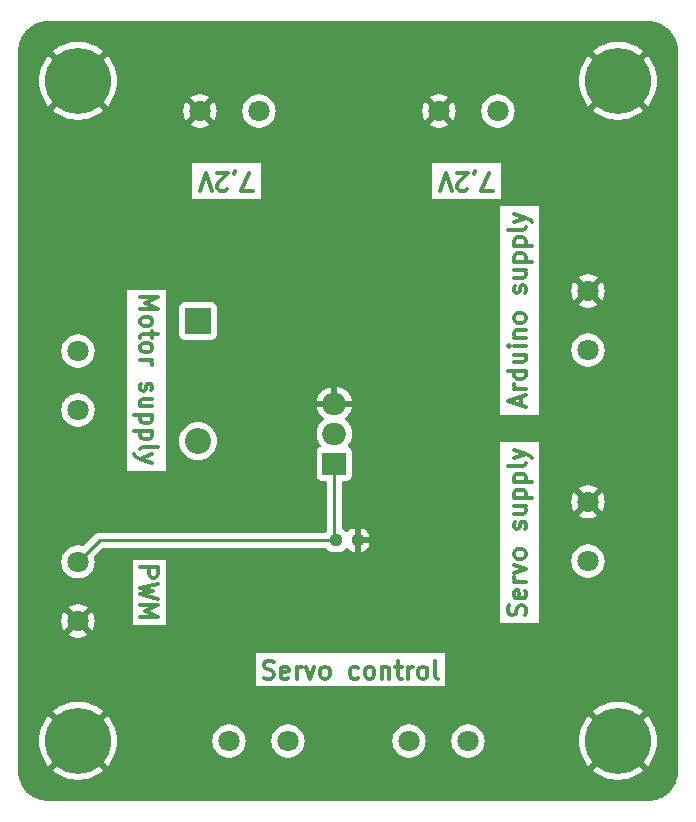
<source format=gbr>
%TF.GenerationSoftware,KiCad,Pcbnew,7.0.9*%
%TF.CreationDate,2024-06-07T12:35:00-04:00*%
%TF.ProjectId,PCBAdas,50434241-6461-4732-9e6b-696361645f70,rev?*%
%TF.SameCoordinates,Original*%
%TF.FileFunction,Copper,L1,Top*%
%TF.FilePolarity,Positive*%
%FSLAX46Y46*%
G04 Gerber Fmt 4.6, Leading zero omitted, Abs format (unit mm)*
G04 Created by KiCad (PCBNEW 7.0.9) date 2024-06-07 12:35:00*
%MOMM*%
%LPD*%
G01*
G04 APERTURE LIST*
G04 Aperture macros list*
%AMRoundRect*
0 Rectangle with rounded corners*
0 $1 Rounding radius*
0 $2 $3 $4 $5 $6 $7 $8 $9 X,Y pos of 4 corners*
0 Add a 4 corners polygon primitive as box body*
4,1,4,$2,$3,$4,$5,$6,$7,$8,$9,$2,$3,0*
0 Add four circle primitives for the rounded corners*
1,1,$1+$1,$2,$3*
1,1,$1+$1,$4,$5*
1,1,$1+$1,$6,$7*
1,1,$1+$1,$8,$9*
0 Add four rect primitives between the rounded corners*
20,1,$1+$1,$2,$3,$4,$5,0*
20,1,$1+$1,$4,$5,$6,$7,0*
20,1,$1+$1,$6,$7,$8,$9,0*
20,1,$1+$1,$8,$9,$2,$3,0*%
G04 Aperture macros list end*
%ADD10C,0.300000*%
%TA.AperFunction,NonConductor*%
%ADD11C,0.300000*%
%TD*%
%TA.AperFunction,ComponentPad*%
%ADD12C,1.803400*%
%TD*%
%TA.AperFunction,ComponentPad*%
%ADD13C,5.600000*%
%TD*%
%TA.AperFunction,ComponentPad*%
%ADD14R,2.000000X1.905000*%
%TD*%
%TA.AperFunction,ComponentPad*%
%ADD15O,2.000000X1.905000*%
%TD*%
%TA.AperFunction,SMDPad,CuDef*%
%ADD16RoundRect,0.237500X-0.250000X-0.237500X0.250000X-0.237500X0.250000X0.237500X-0.250000X0.237500X0*%
%TD*%
%TA.AperFunction,ComponentPad*%
%ADD17R,2.200000X2.200000*%
%TD*%
%TA.AperFunction,ComponentPad*%
%ADD18O,2.200000X2.200000*%
%TD*%
%TA.AperFunction,Conductor*%
%ADD19C,0.250000*%
%TD*%
G04 APERTURE END LIST*
D10*
D11*
X179712257Y-98576917D02*
X179712257Y-97862632D01*
X180140828Y-98719774D02*
X178640828Y-98219774D01*
X178640828Y-98219774D02*
X180140828Y-97719774D01*
X180140828Y-97219775D02*
X179140828Y-97219775D01*
X179426542Y-97219775D02*
X179283685Y-97148346D01*
X179283685Y-97148346D02*
X179212257Y-97076918D01*
X179212257Y-97076918D02*
X179140828Y-96934060D01*
X179140828Y-96934060D02*
X179140828Y-96791203D01*
X180140828Y-95648347D02*
X178640828Y-95648347D01*
X180069400Y-95648347D02*
X180140828Y-95791204D01*
X180140828Y-95791204D02*
X180140828Y-96076918D01*
X180140828Y-96076918D02*
X180069400Y-96219775D01*
X180069400Y-96219775D02*
X179997971Y-96291204D01*
X179997971Y-96291204D02*
X179855114Y-96362632D01*
X179855114Y-96362632D02*
X179426542Y-96362632D01*
X179426542Y-96362632D02*
X179283685Y-96291204D01*
X179283685Y-96291204D02*
X179212257Y-96219775D01*
X179212257Y-96219775D02*
X179140828Y-96076918D01*
X179140828Y-96076918D02*
X179140828Y-95791204D01*
X179140828Y-95791204D02*
X179212257Y-95648347D01*
X179140828Y-94291204D02*
X180140828Y-94291204D01*
X179140828Y-94934061D02*
X179926542Y-94934061D01*
X179926542Y-94934061D02*
X180069400Y-94862632D01*
X180069400Y-94862632D02*
X180140828Y-94719775D01*
X180140828Y-94719775D02*
X180140828Y-94505489D01*
X180140828Y-94505489D02*
X180069400Y-94362632D01*
X180069400Y-94362632D02*
X179997971Y-94291204D01*
X180140828Y-93576918D02*
X179140828Y-93576918D01*
X178640828Y-93576918D02*
X178712257Y-93648346D01*
X178712257Y-93648346D02*
X178783685Y-93576918D01*
X178783685Y-93576918D02*
X178712257Y-93505489D01*
X178712257Y-93505489D02*
X178640828Y-93576918D01*
X178640828Y-93576918D02*
X178783685Y-93576918D01*
X179140828Y-92862632D02*
X180140828Y-92862632D01*
X179283685Y-92862632D02*
X179212257Y-92791203D01*
X179212257Y-92791203D02*
X179140828Y-92648346D01*
X179140828Y-92648346D02*
X179140828Y-92434060D01*
X179140828Y-92434060D02*
X179212257Y-92291203D01*
X179212257Y-92291203D02*
X179355114Y-92219775D01*
X179355114Y-92219775D02*
X180140828Y-92219775D01*
X180140828Y-91291203D02*
X180069400Y-91434060D01*
X180069400Y-91434060D02*
X179997971Y-91505489D01*
X179997971Y-91505489D02*
X179855114Y-91576917D01*
X179855114Y-91576917D02*
X179426542Y-91576917D01*
X179426542Y-91576917D02*
X179283685Y-91505489D01*
X179283685Y-91505489D02*
X179212257Y-91434060D01*
X179212257Y-91434060D02*
X179140828Y-91291203D01*
X179140828Y-91291203D02*
X179140828Y-91076917D01*
X179140828Y-91076917D02*
X179212257Y-90934060D01*
X179212257Y-90934060D02*
X179283685Y-90862632D01*
X179283685Y-90862632D02*
X179426542Y-90791203D01*
X179426542Y-90791203D02*
X179855114Y-90791203D01*
X179855114Y-90791203D02*
X179997971Y-90862632D01*
X179997971Y-90862632D02*
X180069400Y-90934060D01*
X180069400Y-90934060D02*
X180140828Y-91076917D01*
X180140828Y-91076917D02*
X180140828Y-91291203D01*
X180069400Y-89076917D02*
X180140828Y-88934060D01*
X180140828Y-88934060D02*
X180140828Y-88648346D01*
X180140828Y-88648346D02*
X180069400Y-88505489D01*
X180069400Y-88505489D02*
X179926542Y-88434060D01*
X179926542Y-88434060D02*
X179855114Y-88434060D01*
X179855114Y-88434060D02*
X179712257Y-88505489D01*
X179712257Y-88505489D02*
X179640828Y-88648346D01*
X179640828Y-88648346D02*
X179640828Y-88862632D01*
X179640828Y-88862632D02*
X179569400Y-89005489D01*
X179569400Y-89005489D02*
X179426542Y-89076917D01*
X179426542Y-89076917D02*
X179355114Y-89076917D01*
X179355114Y-89076917D02*
X179212257Y-89005489D01*
X179212257Y-89005489D02*
X179140828Y-88862632D01*
X179140828Y-88862632D02*
X179140828Y-88648346D01*
X179140828Y-88648346D02*
X179212257Y-88505489D01*
X179140828Y-87148346D02*
X180140828Y-87148346D01*
X179140828Y-87791203D02*
X179926542Y-87791203D01*
X179926542Y-87791203D02*
X180069400Y-87719774D01*
X180069400Y-87719774D02*
X180140828Y-87576917D01*
X180140828Y-87576917D02*
X180140828Y-87362631D01*
X180140828Y-87362631D02*
X180069400Y-87219774D01*
X180069400Y-87219774D02*
X179997971Y-87148346D01*
X179140828Y-86434060D02*
X180640828Y-86434060D01*
X179212257Y-86434060D02*
X179140828Y-86291203D01*
X179140828Y-86291203D02*
X179140828Y-86005488D01*
X179140828Y-86005488D02*
X179212257Y-85862631D01*
X179212257Y-85862631D02*
X179283685Y-85791203D01*
X179283685Y-85791203D02*
X179426542Y-85719774D01*
X179426542Y-85719774D02*
X179855114Y-85719774D01*
X179855114Y-85719774D02*
X179997971Y-85791203D01*
X179997971Y-85791203D02*
X180069400Y-85862631D01*
X180069400Y-85862631D02*
X180140828Y-86005488D01*
X180140828Y-86005488D02*
X180140828Y-86291203D01*
X180140828Y-86291203D02*
X180069400Y-86434060D01*
X179140828Y-85076917D02*
X180640828Y-85076917D01*
X179212257Y-85076917D02*
X179140828Y-84934060D01*
X179140828Y-84934060D02*
X179140828Y-84648345D01*
X179140828Y-84648345D02*
X179212257Y-84505488D01*
X179212257Y-84505488D02*
X179283685Y-84434060D01*
X179283685Y-84434060D02*
X179426542Y-84362631D01*
X179426542Y-84362631D02*
X179855114Y-84362631D01*
X179855114Y-84362631D02*
X179997971Y-84434060D01*
X179997971Y-84434060D02*
X180069400Y-84505488D01*
X180069400Y-84505488D02*
X180140828Y-84648345D01*
X180140828Y-84648345D02*
X180140828Y-84934060D01*
X180140828Y-84934060D02*
X180069400Y-85076917D01*
X180140828Y-83505488D02*
X180069400Y-83648345D01*
X180069400Y-83648345D02*
X179926542Y-83719774D01*
X179926542Y-83719774D02*
X178640828Y-83719774D01*
X179140828Y-83076917D02*
X180140828Y-82719774D01*
X179140828Y-82362631D02*
X180140828Y-82719774D01*
X180140828Y-82719774D02*
X180497971Y-82862631D01*
X180497971Y-82862631D02*
X180569400Y-82934060D01*
X180569400Y-82934060D02*
X180640828Y-83076917D01*
D10*
D11*
X157963082Y-121649400D02*
X158177368Y-121720828D01*
X158177368Y-121720828D02*
X158534510Y-121720828D01*
X158534510Y-121720828D02*
X158677368Y-121649400D01*
X158677368Y-121649400D02*
X158748796Y-121577971D01*
X158748796Y-121577971D02*
X158820225Y-121435114D01*
X158820225Y-121435114D02*
X158820225Y-121292257D01*
X158820225Y-121292257D02*
X158748796Y-121149400D01*
X158748796Y-121149400D02*
X158677368Y-121077971D01*
X158677368Y-121077971D02*
X158534510Y-121006542D01*
X158534510Y-121006542D02*
X158248796Y-120935114D01*
X158248796Y-120935114D02*
X158105939Y-120863685D01*
X158105939Y-120863685D02*
X158034510Y-120792257D01*
X158034510Y-120792257D02*
X157963082Y-120649400D01*
X157963082Y-120649400D02*
X157963082Y-120506542D01*
X157963082Y-120506542D02*
X158034510Y-120363685D01*
X158034510Y-120363685D02*
X158105939Y-120292257D01*
X158105939Y-120292257D02*
X158248796Y-120220828D01*
X158248796Y-120220828D02*
X158605939Y-120220828D01*
X158605939Y-120220828D02*
X158820225Y-120292257D01*
X160034510Y-121649400D02*
X159891653Y-121720828D01*
X159891653Y-121720828D02*
X159605939Y-121720828D01*
X159605939Y-121720828D02*
X159463081Y-121649400D01*
X159463081Y-121649400D02*
X159391653Y-121506542D01*
X159391653Y-121506542D02*
X159391653Y-120935114D01*
X159391653Y-120935114D02*
X159463081Y-120792257D01*
X159463081Y-120792257D02*
X159605939Y-120720828D01*
X159605939Y-120720828D02*
X159891653Y-120720828D01*
X159891653Y-120720828D02*
X160034510Y-120792257D01*
X160034510Y-120792257D02*
X160105939Y-120935114D01*
X160105939Y-120935114D02*
X160105939Y-121077971D01*
X160105939Y-121077971D02*
X159391653Y-121220828D01*
X160748795Y-121720828D02*
X160748795Y-120720828D01*
X160748795Y-121006542D02*
X160820224Y-120863685D01*
X160820224Y-120863685D02*
X160891653Y-120792257D01*
X160891653Y-120792257D02*
X161034510Y-120720828D01*
X161034510Y-120720828D02*
X161177367Y-120720828D01*
X161534509Y-120720828D02*
X161891652Y-121720828D01*
X161891652Y-121720828D02*
X162248795Y-120720828D01*
X163034509Y-121720828D02*
X162891652Y-121649400D01*
X162891652Y-121649400D02*
X162820223Y-121577971D01*
X162820223Y-121577971D02*
X162748795Y-121435114D01*
X162748795Y-121435114D02*
X162748795Y-121006542D01*
X162748795Y-121006542D02*
X162820223Y-120863685D01*
X162820223Y-120863685D02*
X162891652Y-120792257D01*
X162891652Y-120792257D02*
X163034509Y-120720828D01*
X163034509Y-120720828D02*
X163248795Y-120720828D01*
X163248795Y-120720828D02*
X163391652Y-120792257D01*
X163391652Y-120792257D02*
X163463081Y-120863685D01*
X163463081Y-120863685D02*
X163534509Y-121006542D01*
X163534509Y-121006542D02*
X163534509Y-121435114D01*
X163534509Y-121435114D02*
X163463081Y-121577971D01*
X163463081Y-121577971D02*
X163391652Y-121649400D01*
X163391652Y-121649400D02*
X163248795Y-121720828D01*
X163248795Y-121720828D02*
X163034509Y-121720828D01*
X165963081Y-121649400D02*
X165820223Y-121720828D01*
X165820223Y-121720828D02*
X165534509Y-121720828D01*
X165534509Y-121720828D02*
X165391652Y-121649400D01*
X165391652Y-121649400D02*
X165320223Y-121577971D01*
X165320223Y-121577971D02*
X165248795Y-121435114D01*
X165248795Y-121435114D02*
X165248795Y-121006542D01*
X165248795Y-121006542D02*
X165320223Y-120863685D01*
X165320223Y-120863685D02*
X165391652Y-120792257D01*
X165391652Y-120792257D02*
X165534509Y-120720828D01*
X165534509Y-120720828D02*
X165820223Y-120720828D01*
X165820223Y-120720828D02*
X165963081Y-120792257D01*
X166820223Y-121720828D02*
X166677366Y-121649400D01*
X166677366Y-121649400D02*
X166605937Y-121577971D01*
X166605937Y-121577971D02*
X166534509Y-121435114D01*
X166534509Y-121435114D02*
X166534509Y-121006542D01*
X166534509Y-121006542D02*
X166605937Y-120863685D01*
X166605937Y-120863685D02*
X166677366Y-120792257D01*
X166677366Y-120792257D02*
X166820223Y-120720828D01*
X166820223Y-120720828D02*
X167034509Y-120720828D01*
X167034509Y-120720828D02*
X167177366Y-120792257D01*
X167177366Y-120792257D02*
X167248795Y-120863685D01*
X167248795Y-120863685D02*
X167320223Y-121006542D01*
X167320223Y-121006542D02*
X167320223Y-121435114D01*
X167320223Y-121435114D02*
X167248795Y-121577971D01*
X167248795Y-121577971D02*
X167177366Y-121649400D01*
X167177366Y-121649400D02*
X167034509Y-121720828D01*
X167034509Y-121720828D02*
X166820223Y-121720828D01*
X167963080Y-120720828D02*
X167963080Y-121720828D01*
X167963080Y-120863685D02*
X168034509Y-120792257D01*
X168034509Y-120792257D02*
X168177366Y-120720828D01*
X168177366Y-120720828D02*
X168391652Y-120720828D01*
X168391652Y-120720828D02*
X168534509Y-120792257D01*
X168534509Y-120792257D02*
X168605938Y-120935114D01*
X168605938Y-120935114D02*
X168605938Y-121720828D01*
X169105938Y-120720828D02*
X169677366Y-120720828D01*
X169320223Y-120220828D02*
X169320223Y-121506542D01*
X169320223Y-121506542D02*
X169391652Y-121649400D01*
X169391652Y-121649400D02*
X169534509Y-121720828D01*
X169534509Y-121720828D02*
X169677366Y-121720828D01*
X170177366Y-121720828D02*
X170177366Y-120720828D01*
X170177366Y-121006542D02*
X170248795Y-120863685D01*
X170248795Y-120863685D02*
X170320224Y-120792257D01*
X170320224Y-120792257D02*
X170463081Y-120720828D01*
X170463081Y-120720828D02*
X170605938Y-120720828D01*
X171320223Y-121720828D02*
X171177366Y-121649400D01*
X171177366Y-121649400D02*
X171105937Y-121577971D01*
X171105937Y-121577971D02*
X171034509Y-121435114D01*
X171034509Y-121435114D02*
X171034509Y-121006542D01*
X171034509Y-121006542D02*
X171105937Y-120863685D01*
X171105937Y-120863685D02*
X171177366Y-120792257D01*
X171177366Y-120792257D02*
X171320223Y-120720828D01*
X171320223Y-120720828D02*
X171534509Y-120720828D01*
X171534509Y-120720828D02*
X171677366Y-120792257D01*
X171677366Y-120792257D02*
X171748795Y-120863685D01*
X171748795Y-120863685D02*
X171820223Y-121006542D01*
X171820223Y-121006542D02*
X171820223Y-121435114D01*
X171820223Y-121435114D02*
X171748795Y-121577971D01*
X171748795Y-121577971D02*
X171677366Y-121649400D01*
X171677366Y-121649400D02*
X171534509Y-121720828D01*
X171534509Y-121720828D02*
X171320223Y-121720828D01*
X172677366Y-121720828D02*
X172534509Y-121649400D01*
X172534509Y-121649400D02*
X172463080Y-121506542D01*
X172463080Y-121506542D02*
X172463080Y-120220828D01*
D10*
D11*
X157068346Y-80439171D02*
X156068346Y-80439171D01*
X156068346Y-80439171D02*
X156711203Y-78939171D01*
X155425489Y-79010600D02*
X155425489Y-78939171D01*
X155425489Y-78939171D02*
X155496918Y-78796314D01*
X155496918Y-78796314D02*
X155568346Y-78724885D01*
X154854060Y-80296314D02*
X154782632Y-80367742D01*
X154782632Y-80367742D02*
X154639775Y-80439171D01*
X154639775Y-80439171D02*
X154282632Y-80439171D01*
X154282632Y-80439171D02*
X154139775Y-80367742D01*
X154139775Y-80367742D02*
X154068346Y-80296314D01*
X154068346Y-80296314D02*
X153996917Y-80153457D01*
X153996917Y-80153457D02*
X153996917Y-80010600D01*
X153996917Y-80010600D02*
X154068346Y-79796314D01*
X154068346Y-79796314D02*
X154925489Y-78939171D01*
X154925489Y-78939171D02*
X153996917Y-78939171D01*
X153568346Y-80439171D02*
X153068346Y-78939171D01*
X153068346Y-78939171D02*
X152568346Y-80439171D01*
D10*
D11*
X147519171Y-89454510D02*
X149019171Y-89454510D01*
X149019171Y-89454510D02*
X147947742Y-89954510D01*
X147947742Y-89954510D02*
X149019171Y-90454510D01*
X149019171Y-90454510D02*
X147519171Y-90454510D01*
X147519171Y-91383082D02*
X147590600Y-91240225D01*
X147590600Y-91240225D02*
X147662028Y-91168796D01*
X147662028Y-91168796D02*
X147804885Y-91097368D01*
X147804885Y-91097368D02*
X148233457Y-91097368D01*
X148233457Y-91097368D02*
X148376314Y-91168796D01*
X148376314Y-91168796D02*
X148447742Y-91240225D01*
X148447742Y-91240225D02*
X148519171Y-91383082D01*
X148519171Y-91383082D02*
X148519171Y-91597368D01*
X148519171Y-91597368D02*
X148447742Y-91740225D01*
X148447742Y-91740225D02*
X148376314Y-91811654D01*
X148376314Y-91811654D02*
X148233457Y-91883082D01*
X148233457Y-91883082D02*
X147804885Y-91883082D01*
X147804885Y-91883082D02*
X147662028Y-91811654D01*
X147662028Y-91811654D02*
X147590600Y-91740225D01*
X147590600Y-91740225D02*
X147519171Y-91597368D01*
X147519171Y-91597368D02*
X147519171Y-91383082D01*
X148519171Y-92311654D02*
X148519171Y-92883082D01*
X149019171Y-92525939D02*
X147733457Y-92525939D01*
X147733457Y-92525939D02*
X147590600Y-92597368D01*
X147590600Y-92597368D02*
X147519171Y-92740225D01*
X147519171Y-92740225D02*
X147519171Y-92883082D01*
X147519171Y-93597368D02*
X147590600Y-93454511D01*
X147590600Y-93454511D02*
X147662028Y-93383082D01*
X147662028Y-93383082D02*
X147804885Y-93311654D01*
X147804885Y-93311654D02*
X148233457Y-93311654D01*
X148233457Y-93311654D02*
X148376314Y-93383082D01*
X148376314Y-93383082D02*
X148447742Y-93454511D01*
X148447742Y-93454511D02*
X148519171Y-93597368D01*
X148519171Y-93597368D02*
X148519171Y-93811654D01*
X148519171Y-93811654D02*
X148447742Y-93954511D01*
X148447742Y-93954511D02*
X148376314Y-94025940D01*
X148376314Y-94025940D02*
X148233457Y-94097368D01*
X148233457Y-94097368D02*
X147804885Y-94097368D01*
X147804885Y-94097368D02*
X147662028Y-94025940D01*
X147662028Y-94025940D02*
X147590600Y-93954511D01*
X147590600Y-93954511D02*
X147519171Y-93811654D01*
X147519171Y-93811654D02*
X147519171Y-93597368D01*
X147519171Y-94740225D02*
X148519171Y-94740225D01*
X148233457Y-94740225D02*
X148376314Y-94811654D01*
X148376314Y-94811654D02*
X148447742Y-94883083D01*
X148447742Y-94883083D02*
X148519171Y-95025940D01*
X148519171Y-95025940D02*
X148519171Y-95168797D01*
X147590600Y-96740225D02*
X147519171Y-96883082D01*
X147519171Y-96883082D02*
X147519171Y-97168796D01*
X147519171Y-97168796D02*
X147590600Y-97311653D01*
X147590600Y-97311653D02*
X147733457Y-97383082D01*
X147733457Y-97383082D02*
X147804885Y-97383082D01*
X147804885Y-97383082D02*
X147947742Y-97311653D01*
X147947742Y-97311653D02*
X148019171Y-97168796D01*
X148019171Y-97168796D02*
X148019171Y-96954511D01*
X148019171Y-96954511D02*
X148090600Y-96811653D01*
X148090600Y-96811653D02*
X148233457Y-96740225D01*
X148233457Y-96740225D02*
X148304885Y-96740225D01*
X148304885Y-96740225D02*
X148447742Y-96811653D01*
X148447742Y-96811653D02*
X148519171Y-96954511D01*
X148519171Y-96954511D02*
X148519171Y-97168796D01*
X148519171Y-97168796D02*
X148447742Y-97311653D01*
X148519171Y-98668797D02*
X147519171Y-98668797D01*
X148519171Y-98025939D02*
X147733457Y-98025939D01*
X147733457Y-98025939D02*
X147590600Y-98097368D01*
X147590600Y-98097368D02*
X147519171Y-98240225D01*
X147519171Y-98240225D02*
X147519171Y-98454511D01*
X147519171Y-98454511D02*
X147590600Y-98597368D01*
X147590600Y-98597368D02*
X147662028Y-98668797D01*
X148519171Y-99383082D02*
X147019171Y-99383082D01*
X148447742Y-99383082D02*
X148519171Y-99525940D01*
X148519171Y-99525940D02*
X148519171Y-99811654D01*
X148519171Y-99811654D02*
X148447742Y-99954511D01*
X148447742Y-99954511D02*
X148376314Y-100025940D01*
X148376314Y-100025940D02*
X148233457Y-100097368D01*
X148233457Y-100097368D02*
X147804885Y-100097368D01*
X147804885Y-100097368D02*
X147662028Y-100025940D01*
X147662028Y-100025940D02*
X147590600Y-99954511D01*
X147590600Y-99954511D02*
X147519171Y-99811654D01*
X147519171Y-99811654D02*
X147519171Y-99525940D01*
X147519171Y-99525940D02*
X147590600Y-99383082D01*
X148519171Y-100740225D02*
X147019171Y-100740225D01*
X148447742Y-100740225D02*
X148519171Y-100883083D01*
X148519171Y-100883083D02*
X148519171Y-101168797D01*
X148519171Y-101168797D02*
X148447742Y-101311654D01*
X148447742Y-101311654D02*
X148376314Y-101383083D01*
X148376314Y-101383083D02*
X148233457Y-101454511D01*
X148233457Y-101454511D02*
X147804885Y-101454511D01*
X147804885Y-101454511D02*
X147662028Y-101383083D01*
X147662028Y-101383083D02*
X147590600Y-101311654D01*
X147590600Y-101311654D02*
X147519171Y-101168797D01*
X147519171Y-101168797D02*
X147519171Y-100883083D01*
X147519171Y-100883083D02*
X147590600Y-100740225D01*
X147519171Y-102311654D02*
X147590600Y-102168797D01*
X147590600Y-102168797D02*
X147733457Y-102097368D01*
X147733457Y-102097368D02*
X149019171Y-102097368D01*
X148519171Y-102740225D02*
X147519171Y-103097368D01*
X148519171Y-103454511D02*
X147519171Y-103097368D01*
X147519171Y-103097368D02*
X147162028Y-102954511D01*
X147162028Y-102954511D02*
X147090600Y-102883082D01*
X147090600Y-102883082D02*
X147019171Y-102740225D01*
D10*
D11*
X177388346Y-80439171D02*
X176388346Y-80439171D01*
X176388346Y-80439171D02*
X177031203Y-78939171D01*
X175745489Y-79010600D02*
X175745489Y-78939171D01*
X175745489Y-78939171D02*
X175816918Y-78796314D01*
X175816918Y-78796314D02*
X175888346Y-78724885D01*
X175174060Y-80296314D02*
X175102632Y-80367742D01*
X175102632Y-80367742D02*
X174959775Y-80439171D01*
X174959775Y-80439171D02*
X174602632Y-80439171D01*
X174602632Y-80439171D02*
X174459775Y-80367742D01*
X174459775Y-80367742D02*
X174388346Y-80296314D01*
X174388346Y-80296314D02*
X174316917Y-80153457D01*
X174316917Y-80153457D02*
X174316917Y-80010600D01*
X174316917Y-80010600D02*
X174388346Y-79796314D01*
X174388346Y-79796314D02*
X175245489Y-78939171D01*
X175245489Y-78939171D02*
X174316917Y-78939171D01*
X173888346Y-80439171D02*
X173388346Y-78939171D01*
X173388346Y-78939171D02*
X172888346Y-80439171D01*
D10*
D11*
X180069400Y-116356917D02*
X180140828Y-116142632D01*
X180140828Y-116142632D02*
X180140828Y-115785489D01*
X180140828Y-115785489D02*
X180069400Y-115642632D01*
X180069400Y-115642632D02*
X179997971Y-115571203D01*
X179997971Y-115571203D02*
X179855114Y-115499774D01*
X179855114Y-115499774D02*
X179712257Y-115499774D01*
X179712257Y-115499774D02*
X179569400Y-115571203D01*
X179569400Y-115571203D02*
X179497971Y-115642632D01*
X179497971Y-115642632D02*
X179426542Y-115785489D01*
X179426542Y-115785489D02*
X179355114Y-116071203D01*
X179355114Y-116071203D02*
X179283685Y-116214060D01*
X179283685Y-116214060D02*
X179212257Y-116285489D01*
X179212257Y-116285489D02*
X179069400Y-116356917D01*
X179069400Y-116356917D02*
X178926542Y-116356917D01*
X178926542Y-116356917D02*
X178783685Y-116285489D01*
X178783685Y-116285489D02*
X178712257Y-116214060D01*
X178712257Y-116214060D02*
X178640828Y-116071203D01*
X178640828Y-116071203D02*
X178640828Y-115714060D01*
X178640828Y-115714060D02*
X178712257Y-115499774D01*
X180069400Y-114285489D02*
X180140828Y-114428346D01*
X180140828Y-114428346D02*
X180140828Y-114714061D01*
X180140828Y-114714061D02*
X180069400Y-114856918D01*
X180069400Y-114856918D02*
X179926542Y-114928346D01*
X179926542Y-114928346D02*
X179355114Y-114928346D01*
X179355114Y-114928346D02*
X179212257Y-114856918D01*
X179212257Y-114856918D02*
X179140828Y-114714061D01*
X179140828Y-114714061D02*
X179140828Y-114428346D01*
X179140828Y-114428346D02*
X179212257Y-114285489D01*
X179212257Y-114285489D02*
X179355114Y-114214061D01*
X179355114Y-114214061D02*
X179497971Y-114214061D01*
X179497971Y-114214061D02*
X179640828Y-114928346D01*
X180140828Y-113571204D02*
X179140828Y-113571204D01*
X179426542Y-113571204D02*
X179283685Y-113499775D01*
X179283685Y-113499775D02*
X179212257Y-113428347D01*
X179212257Y-113428347D02*
X179140828Y-113285489D01*
X179140828Y-113285489D02*
X179140828Y-113142632D01*
X179140828Y-112785490D02*
X180140828Y-112428347D01*
X180140828Y-112428347D02*
X179140828Y-112071204D01*
X180140828Y-111285490D02*
X180069400Y-111428347D01*
X180069400Y-111428347D02*
X179997971Y-111499776D01*
X179997971Y-111499776D02*
X179855114Y-111571204D01*
X179855114Y-111571204D02*
X179426542Y-111571204D01*
X179426542Y-111571204D02*
X179283685Y-111499776D01*
X179283685Y-111499776D02*
X179212257Y-111428347D01*
X179212257Y-111428347D02*
X179140828Y-111285490D01*
X179140828Y-111285490D02*
X179140828Y-111071204D01*
X179140828Y-111071204D02*
X179212257Y-110928347D01*
X179212257Y-110928347D02*
X179283685Y-110856919D01*
X179283685Y-110856919D02*
X179426542Y-110785490D01*
X179426542Y-110785490D02*
X179855114Y-110785490D01*
X179855114Y-110785490D02*
X179997971Y-110856919D01*
X179997971Y-110856919D02*
X180069400Y-110928347D01*
X180069400Y-110928347D02*
X180140828Y-111071204D01*
X180140828Y-111071204D02*
X180140828Y-111285490D01*
X180069400Y-109071204D02*
X180140828Y-108928347D01*
X180140828Y-108928347D02*
X180140828Y-108642633D01*
X180140828Y-108642633D02*
X180069400Y-108499776D01*
X180069400Y-108499776D02*
X179926542Y-108428347D01*
X179926542Y-108428347D02*
X179855114Y-108428347D01*
X179855114Y-108428347D02*
X179712257Y-108499776D01*
X179712257Y-108499776D02*
X179640828Y-108642633D01*
X179640828Y-108642633D02*
X179640828Y-108856919D01*
X179640828Y-108856919D02*
X179569400Y-108999776D01*
X179569400Y-108999776D02*
X179426542Y-109071204D01*
X179426542Y-109071204D02*
X179355114Y-109071204D01*
X179355114Y-109071204D02*
X179212257Y-108999776D01*
X179212257Y-108999776D02*
X179140828Y-108856919D01*
X179140828Y-108856919D02*
X179140828Y-108642633D01*
X179140828Y-108642633D02*
X179212257Y-108499776D01*
X179140828Y-107142633D02*
X180140828Y-107142633D01*
X179140828Y-107785490D02*
X179926542Y-107785490D01*
X179926542Y-107785490D02*
X180069400Y-107714061D01*
X180069400Y-107714061D02*
X180140828Y-107571204D01*
X180140828Y-107571204D02*
X180140828Y-107356918D01*
X180140828Y-107356918D02*
X180069400Y-107214061D01*
X180069400Y-107214061D02*
X179997971Y-107142633D01*
X179140828Y-106428347D02*
X180640828Y-106428347D01*
X179212257Y-106428347D02*
X179140828Y-106285490D01*
X179140828Y-106285490D02*
X179140828Y-105999775D01*
X179140828Y-105999775D02*
X179212257Y-105856918D01*
X179212257Y-105856918D02*
X179283685Y-105785490D01*
X179283685Y-105785490D02*
X179426542Y-105714061D01*
X179426542Y-105714061D02*
X179855114Y-105714061D01*
X179855114Y-105714061D02*
X179997971Y-105785490D01*
X179997971Y-105785490D02*
X180069400Y-105856918D01*
X180069400Y-105856918D02*
X180140828Y-105999775D01*
X180140828Y-105999775D02*
X180140828Y-106285490D01*
X180140828Y-106285490D02*
X180069400Y-106428347D01*
X179140828Y-105071204D02*
X180640828Y-105071204D01*
X179212257Y-105071204D02*
X179140828Y-104928347D01*
X179140828Y-104928347D02*
X179140828Y-104642632D01*
X179140828Y-104642632D02*
X179212257Y-104499775D01*
X179212257Y-104499775D02*
X179283685Y-104428347D01*
X179283685Y-104428347D02*
X179426542Y-104356918D01*
X179426542Y-104356918D02*
X179855114Y-104356918D01*
X179855114Y-104356918D02*
X179997971Y-104428347D01*
X179997971Y-104428347D02*
X180069400Y-104499775D01*
X180069400Y-104499775D02*
X180140828Y-104642632D01*
X180140828Y-104642632D02*
X180140828Y-104928347D01*
X180140828Y-104928347D02*
X180069400Y-105071204D01*
X180140828Y-103499775D02*
X180069400Y-103642632D01*
X180069400Y-103642632D02*
X179926542Y-103714061D01*
X179926542Y-103714061D02*
X178640828Y-103714061D01*
X179140828Y-103071204D02*
X180140828Y-102714061D01*
X179140828Y-102356918D02*
X180140828Y-102714061D01*
X180140828Y-102714061D02*
X180497971Y-102856918D01*
X180497971Y-102856918D02*
X180569400Y-102928347D01*
X180569400Y-102928347D02*
X180640828Y-103071204D01*
D10*
D11*
X147519171Y-112314510D02*
X149019171Y-112314510D01*
X149019171Y-112314510D02*
X149019171Y-112885939D01*
X149019171Y-112885939D02*
X148947742Y-113028796D01*
X148947742Y-113028796D02*
X148876314Y-113100225D01*
X148876314Y-113100225D02*
X148733457Y-113171653D01*
X148733457Y-113171653D02*
X148519171Y-113171653D01*
X148519171Y-113171653D02*
X148376314Y-113100225D01*
X148376314Y-113100225D02*
X148304885Y-113028796D01*
X148304885Y-113028796D02*
X148233457Y-112885939D01*
X148233457Y-112885939D02*
X148233457Y-112314510D01*
X149019171Y-113671653D02*
X147519171Y-114028796D01*
X147519171Y-114028796D02*
X148590600Y-114314510D01*
X148590600Y-114314510D02*
X147519171Y-114600225D01*
X147519171Y-114600225D02*
X149019171Y-114957368D01*
X147519171Y-115528796D02*
X149019171Y-115528796D01*
X149019171Y-115528796D02*
X147947742Y-116028796D01*
X147947742Y-116028796D02*
X149019171Y-116528796D01*
X149019171Y-116528796D02*
X147519171Y-116528796D01*
D12*
%TO.P,J7,1,Pin_1*%
%TO.N,+7.5V*%
X157560000Y-73660000D03*
%TO.P,J7,2,Pin_2*%
%TO.N,GND*%
X152560000Y-73660000D03*
%TD*%
D13*
%TO.P,H3,1,1*%
%TO.N,GND*%
X142240000Y-71120000D03*
%TD*%
%TO.P,H1,1,1*%
%TO.N,GND*%
X142240000Y-127000000D03*
%TD*%
D14*
%TO.P,Q1,1,G*%
%TO.N,Net-(J1-Pin_1)*%
X163945000Y-103540000D03*
D15*
%TO.P,Q1,2,D*%
%TO.N,Net-(D1-A)*%
X163945000Y-101000000D03*
%TO.P,Q1,3,S*%
%TO.N,GND*%
X163945000Y-98460000D03*
%TD*%
D12*
%TO.P,J4,1,Pin_1*%
%TO.N,+8V*%
X185420000Y-93900000D03*
%TO.P,J4,2,Pin_2*%
%TO.N,GND*%
X185420000Y-88900000D03*
%TD*%
D16*
%TO.P,R1,1*%
%TO.N,Net-(J1-Pin_1)*%
X164087500Y-110000000D03*
%TO.P,R1,2*%
%TO.N,GND*%
X165912500Y-110000000D03*
%TD*%
D12*
%TO.P,J2,1,Pin_1*%
%TO.N,+7.5V*%
X142240000Y-93980000D03*
%TO.P,J2,2,Pin_2*%
%TO.N,Net-(D1-A)*%
X142240000Y-98980000D03*
%TD*%
%TO.P,J1,1,Pin_1*%
%TO.N,Net-(J1-Pin_1)*%
X142240000Y-111840000D03*
%TO.P,J1,2,Pin_2*%
%TO.N,GND*%
X142240000Y-116840000D03*
%TD*%
D13*
%TO.P,H4,1,1*%
%TO.N,GND*%
X187960000Y-71120000D03*
%TD*%
%TO.P,H2,1,1*%
%TO.N,GND*%
X187960000Y-127000000D03*
%TD*%
D12*
%TO.P,J5,1,Pin_1*%
%TO.N,Net-(J5-Pin_1)*%
X170260000Y-127000000D03*
%TO.P,J5,2,Pin_2*%
%TO.N,Net-(J5-Pin_2)*%
X175260000Y-127000000D03*
%TD*%
%TO.P,J6,1,Pin_1*%
%TO.N,Net-(J5-Pin_2)*%
X155020000Y-127000000D03*
%TO.P,J6,2,Pin_2*%
%TO.N,Net-(J5-Pin_1)*%
X160020000Y-127000000D03*
%TD*%
%TO.P,J3,1,Pin_1*%
%TO.N,+8V*%
X185420000Y-111760000D03*
%TO.P,J3,2,Pin_2*%
%TO.N,GND*%
X185420000Y-106760000D03*
%TD*%
%TO.P,J8,1,Pin_1*%
%TO.N,+8V*%
X177800000Y-73660000D03*
%TO.P,J8,2,Pin_2*%
%TO.N,GND*%
X172800000Y-73660000D03*
%TD*%
D17*
%TO.P,D1,1,K*%
%TO.N,+7.5V*%
X152400000Y-91440000D03*
D18*
%TO.P,D1,2,A*%
%TO.N,Net-(D1-A)*%
X152400000Y-101600000D03*
%TD*%
D19*
%TO.N,Net-(J1-Pin_1)*%
X163945000Y-109945000D02*
X164000000Y-110000000D01*
X163945000Y-103540000D02*
X163945000Y-109945000D01*
X144080000Y-110000000D02*
X164000000Y-110000000D01*
X142240000Y-111840000D02*
X144080000Y-110000000D01*
%TD*%
%TA.AperFunction,Conductor*%
%TO.N,GND*%
G36*
X190501737Y-66040598D02*
G01*
X190535041Y-66042467D01*
X190615603Y-66046992D01*
X190787691Y-66057401D01*
X190794297Y-66058160D01*
X190865907Y-66070327D01*
X190930343Y-66081277D01*
X191023462Y-66098340D01*
X191079227Y-66108560D01*
X191085198Y-66109963D01*
X191222032Y-66149384D01*
X191362850Y-66193265D01*
X191368092Y-66195164D01*
X191501420Y-66250391D01*
X191634609Y-66310334D01*
X191639147Y-66312605D01*
X191712221Y-66352991D01*
X191766422Y-66382947D01*
X191766439Y-66382956D01*
X191890935Y-66458217D01*
X191894739Y-66460711D01*
X192012726Y-66544427D01*
X192015072Y-66546176D01*
X192110416Y-66620874D01*
X192128332Y-66634910D01*
X192131409Y-66637486D01*
X192239430Y-66734018D01*
X192241957Y-66736408D01*
X192343590Y-66838041D01*
X192345980Y-66840568D01*
X192442512Y-66948589D01*
X192445088Y-66951666D01*
X192533811Y-67064912D01*
X192535571Y-67067272D01*
X192619287Y-67185259D01*
X192621781Y-67189063D01*
X192697043Y-67313560D01*
X192767393Y-67440851D01*
X192769668Y-67445398D01*
X192829609Y-67578581D01*
X192884831Y-67711899D01*
X192886744Y-67717183D01*
X192909633Y-67790634D01*
X192930631Y-67858021D01*
X192970032Y-67994790D01*
X192971440Y-68000781D01*
X192998722Y-68149656D01*
X193021835Y-68285683D01*
X193022599Y-68292330D01*
X193033012Y-68464475D01*
X193039402Y-68578263D01*
X193039500Y-68581741D01*
X193039500Y-129538258D01*
X193039402Y-129541736D01*
X193033012Y-129655524D01*
X193022599Y-129827668D01*
X193021835Y-129834315D01*
X192998722Y-129970343D01*
X192971440Y-130119217D01*
X192970032Y-130125208D01*
X192930625Y-130262001D01*
X192886744Y-130402815D01*
X192884831Y-130408099D01*
X192829609Y-130541418D01*
X192769668Y-130674600D01*
X192767394Y-130679147D01*
X192697043Y-130806439D01*
X192621781Y-130930936D01*
X192619287Y-130934739D01*
X192535571Y-131052726D01*
X192533811Y-131055086D01*
X192445088Y-131168332D01*
X192442512Y-131171409D01*
X192345980Y-131279430D01*
X192343590Y-131281957D01*
X192241957Y-131383590D01*
X192239430Y-131385980D01*
X192131409Y-131482512D01*
X192128332Y-131485088D01*
X192015086Y-131573811D01*
X192012726Y-131575571D01*
X191894739Y-131659287D01*
X191890936Y-131661781D01*
X191766439Y-131737043D01*
X191639147Y-131807394D01*
X191634600Y-131809668D01*
X191501418Y-131869609D01*
X191368099Y-131924831D01*
X191362815Y-131926744D01*
X191245231Y-131963385D01*
X191221990Y-131970627D01*
X191085208Y-132010032D01*
X191079217Y-132011440D01*
X190930343Y-132038722D01*
X190794315Y-132061835D01*
X190787668Y-132062599D01*
X190615524Y-132073012D01*
X190501736Y-132079402D01*
X190498258Y-132079500D01*
X139701742Y-132079500D01*
X139698265Y-132079402D01*
X139584475Y-132073012D01*
X139412330Y-132062599D01*
X139405683Y-132061835D01*
X139269656Y-132038722D01*
X139120781Y-132011440D01*
X139114790Y-132010032D01*
X138978021Y-131970631D01*
X138910634Y-131949633D01*
X138837183Y-131926744D01*
X138831899Y-131924831D01*
X138698581Y-131869609D01*
X138565398Y-131809668D01*
X138560851Y-131807393D01*
X138433560Y-131737043D01*
X138309063Y-131661781D01*
X138305259Y-131659287D01*
X138187272Y-131575571D01*
X138184912Y-131573811D01*
X138071666Y-131485088D01*
X138068589Y-131482512D01*
X137960568Y-131385980D01*
X137958041Y-131383590D01*
X137856408Y-131281957D01*
X137854018Y-131279430D01*
X137757486Y-131171409D01*
X137754910Y-131168332D01*
X137740874Y-131150416D01*
X137666176Y-131055072D01*
X137664427Y-131052726D01*
X137580711Y-130934739D01*
X137578217Y-130930935D01*
X137502956Y-130806439D01*
X137432605Y-130679147D01*
X137430330Y-130674600D01*
X137370390Y-130541418D01*
X137315167Y-130408099D01*
X137313265Y-130402850D01*
X137269375Y-130262001D01*
X137229963Y-130125198D01*
X137228560Y-130119227D01*
X137218340Y-130063462D01*
X137201277Y-129970343D01*
X137190327Y-129905907D01*
X137178160Y-129834297D01*
X137177401Y-129827691D01*
X137166992Y-129655603D01*
X137162626Y-129577867D01*
X137160598Y-129541736D01*
X137160500Y-129538259D01*
X137160500Y-127000002D01*
X138935153Y-127000002D01*
X138954526Y-127357314D01*
X138954527Y-127357331D01*
X139012415Y-127710431D01*
X139012421Y-127710457D01*
X139108147Y-128055232D01*
X139108149Y-128055239D01*
X139240597Y-128387659D01*
X139240606Y-128387677D01*
X139408218Y-128703827D01*
X139609033Y-129000007D01*
X139736441Y-129150003D01*
X139736442Y-129150004D01*
X140942266Y-127944180D01*
X141105130Y-128134870D01*
X141295818Y-128297732D01*
X140087255Y-129506295D01*
X140087256Y-129506296D01*
X140100485Y-129518828D01*
X140100486Y-129518829D01*
X140385367Y-129735388D01*
X140385370Y-129735390D01*
X140691990Y-129919876D01*
X141016739Y-130070122D01*
X141016744Y-130070123D01*
X141355855Y-130184383D01*
X141705339Y-130261311D01*
X142061075Y-130299999D01*
X142061085Y-130300000D01*
X142418915Y-130300000D01*
X142418924Y-130299999D01*
X142774660Y-130261311D01*
X143124144Y-130184383D01*
X143463255Y-130070123D01*
X143463260Y-130070122D01*
X143788009Y-129919876D01*
X144094629Y-129735390D01*
X144094632Y-129735388D01*
X144379504Y-129518836D01*
X144392742Y-129506294D01*
X143184180Y-128297733D01*
X143374870Y-128134870D01*
X143537733Y-127944180D01*
X144743556Y-129150003D01*
X144870964Y-129000008D01*
X144870975Y-128999994D01*
X145071781Y-128703827D01*
X145239393Y-128387677D01*
X145239402Y-128387659D01*
X145371850Y-128055239D01*
X145371852Y-128055232D01*
X145467578Y-127710457D01*
X145467584Y-127710431D01*
X145525472Y-127357331D01*
X145525473Y-127357314D01*
X145544847Y-127000005D01*
X153612994Y-127000005D01*
X153632183Y-127231582D01*
X153689229Y-127456854D01*
X153782575Y-127669662D01*
X153809228Y-127710457D01*
X153909675Y-127864201D01*
X154067061Y-128035168D01*
X154067064Y-128035170D01*
X154067067Y-128035173D01*
X154250432Y-128177892D01*
X154250438Y-128177896D01*
X154250441Y-128177898D01*
X154454812Y-128288499D01*
X154674600Y-128363952D01*
X154903810Y-128402200D01*
X155136190Y-128402200D01*
X155365400Y-128363952D01*
X155585188Y-128288499D01*
X155789559Y-128177898D01*
X155972939Y-128035168D01*
X156130325Y-127864201D01*
X156257425Y-127669661D01*
X156350771Y-127456854D01*
X156407816Y-127231586D01*
X156427006Y-127000005D01*
X158612994Y-127000005D01*
X158632183Y-127231582D01*
X158689229Y-127456854D01*
X158782575Y-127669662D01*
X158809228Y-127710457D01*
X158909675Y-127864201D01*
X159067061Y-128035168D01*
X159067064Y-128035170D01*
X159067067Y-128035173D01*
X159250432Y-128177892D01*
X159250438Y-128177896D01*
X159250441Y-128177898D01*
X159454812Y-128288499D01*
X159674600Y-128363952D01*
X159903810Y-128402200D01*
X160136190Y-128402200D01*
X160365400Y-128363952D01*
X160585188Y-128288499D01*
X160789559Y-128177898D01*
X160972939Y-128035168D01*
X161130325Y-127864201D01*
X161257425Y-127669661D01*
X161350771Y-127456854D01*
X161407816Y-127231586D01*
X161427006Y-127000005D01*
X168852994Y-127000005D01*
X168872183Y-127231582D01*
X168929229Y-127456854D01*
X169022575Y-127669662D01*
X169049228Y-127710457D01*
X169149675Y-127864201D01*
X169307061Y-128035168D01*
X169307064Y-128035170D01*
X169307067Y-128035173D01*
X169490432Y-128177892D01*
X169490438Y-128177896D01*
X169490441Y-128177898D01*
X169694812Y-128288499D01*
X169914600Y-128363952D01*
X170143810Y-128402200D01*
X170376190Y-128402200D01*
X170605400Y-128363952D01*
X170825188Y-128288499D01*
X171029559Y-128177898D01*
X171212939Y-128035168D01*
X171370325Y-127864201D01*
X171497425Y-127669661D01*
X171590771Y-127456854D01*
X171647816Y-127231586D01*
X171667006Y-127000005D01*
X173852994Y-127000005D01*
X173872183Y-127231582D01*
X173929229Y-127456854D01*
X174022575Y-127669662D01*
X174049228Y-127710457D01*
X174149675Y-127864201D01*
X174307061Y-128035168D01*
X174307064Y-128035170D01*
X174307067Y-128035173D01*
X174490432Y-128177892D01*
X174490438Y-128177896D01*
X174490441Y-128177898D01*
X174694812Y-128288499D01*
X174914600Y-128363952D01*
X175143810Y-128402200D01*
X175376190Y-128402200D01*
X175605400Y-128363952D01*
X175825188Y-128288499D01*
X176029559Y-128177898D01*
X176212939Y-128035168D01*
X176370325Y-127864201D01*
X176497425Y-127669661D01*
X176590771Y-127456854D01*
X176647816Y-127231586D01*
X176667006Y-127000002D01*
X184655153Y-127000002D01*
X184674526Y-127357314D01*
X184674527Y-127357331D01*
X184732415Y-127710431D01*
X184732421Y-127710457D01*
X184828147Y-128055232D01*
X184828149Y-128055239D01*
X184960597Y-128387659D01*
X184960606Y-128387677D01*
X185128218Y-128703827D01*
X185329033Y-129000007D01*
X185456441Y-129150003D01*
X185456442Y-129150004D01*
X186662266Y-127944180D01*
X186825130Y-128134870D01*
X187015818Y-128297732D01*
X185807255Y-129506295D01*
X185807256Y-129506296D01*
X185820485Y-129518828D01*
X185820486Y-129518829D01*
X186105367Y-129735388D01*
X186105370Y-129735390D01*
X186411990Y-129919876D01*
X186736739Y-130070122D01*
X186736744Y-130070123D01*
X187075855Y-130184383D01*
X187425339Y-130261311D01*
X187781075Y-130299999D01*
X187781085Y-130300000D01*
X188138915Y-130300000D01*
X188138924Y-130299999D01*
X188494660Y-130261311D01*
X188844144Y-130184383D01*
X189183255Y-130070123D01*
X189183260Y-130070122D01*
X189508009Y-129919876D01*
X189814629Y-129735390D01*
X189814632Y-129735388D01*
X190099504Y-129518836D01*
X190112742Y-129506294D01*
X188904180Y-128297733D01*
X189094870Y-128134870D01*
X189257733Y-127944180D01*
X190463556Y-129150003D01*
X190590964Y-129000008D01*
X190590975Y-128999994D01*
X190791781Y-128703827D01*
X190959393Y-128387677D01*
X190959402Y-128387659D01*
X191091850Y-128055239D01*
X191091852Y-128055232D01*
X191187578Y-127710457D01*
X191187584Y-127710431D01*
X191245472Y-127357331D01*
X191245473Y-127357314D01*
X191264847Y-127000002D01*
X191264847Y-126999997D01*
X191245473Y-126642685D01*
X191245472Y-126642668D01*
X191187584Y-126289568D01*
X191187578Y-126289542D01*
X191091852Y-125944767D01*
X191091850Y-125944760D01*
X190959402Y-125612340D01*
X190959393Y-125612322D01*
X190791781Y-125296172D01*
X190590966Y-124999992D01*
X190463557Y-124849995D01*
X190463556Y-124849994D01*
X189257732Y-126055818D01*
X189094870Y-125865130D01*
X188904180Y-125702266D01*
X190112743Y-124493703D01*
X190112742Y-124493702D01*
X190099514Y-124481171D01*
X190099513Y-124481170D01*
X189814632Y-124264611D01*
X189814629Y-124264609D01*
X189508009Y-124080123D01*
X189183260Y-123929877D01*
X189183255Y-123929876D01*
X188844144Y-123815616D01*
X188494660Y-123738688D01*
X188138924Y-123700000D01*
X187781075Y-123700000D01*
X187425339Y-123738688D01*
X187075855Y-123815616D01*
X186736744Y-123929876D01*
X186736739Y-123929877D01*
X186411990Y-124080123D01*
X186105370Y-124264609D01*
X186105367Y-124264611D01*
X185820491Y-124481166D01*
X185807256Y-124493703D01*
X185807255Y-124493703D01*
X187015819Y-125702266D01*
X186825130Y-125865130D01*
X186662266Y-126055818D01*
X185456442Y-124849994D01*
X185456441Y-124849995D01*
X185329040Y-124999983D01*
X185329033Y-124999993D01*
X185128218Y-125296172D01*
X184960606Y-125612322D01*
X184960597Y-125612340D01*
X184828149Y-125944760D01*
X184828147Y-125944767D01*
X184732421Y-126289542D01*
X184732415Y-126289568D01*
X184674527Y-126642668D01*
X184674526Y-126642685D01*
X184655153Y-126999997D01*
X184655153Y-127000002D01*
X176667006Y-127000002D01*
X176667006Y-127000000D01*
X176647816Y-126768414D01*
X176590771Y-126543146D01*
X176497425Y-126330339D01*
X176370325Y-126135799D01*
X176212939Y-125964832D01*
X176212934Y-125964828D01*
X176212932Y-125964826D01*
X176029567Y-125822107D01*
X176029561Y-125822103D01*
X175825188Y-125711501D01*
X175825180Y-125711498D01*
X175605402Y-125636048D01*
X175376190Y-125597800D01*
X175143810Y-125597800D01*
X174914597Y-125636048D01*
X174694819Y-125711498D01*
X174694811Y-125711501D01*
X174490438Y-125822103D01*
X174490432Y-125822107D01*
X174307067Y-125964826D01*
X174307064Y-125964829D01*
X174149676Y-126135797D01*
X174149673Y-126135801D01*
X174022575Y-126330337D01*
X173929229Y-126543145D01*
X173872183Y-126768417D01*
X173852994Y-126999994D01*
X173852994Y-127000005D01*
X171667006Y-127000005D01*
X171667006Y-127000000D01*
X171647816Y-126768414D01*
X171590771Y-126543146D01*
X171497425Y-126330339D01*
X171370325Y-126135799D01*
X171212939Y-125964832D01*
X171212934Y-125964828D01*
X171212932Y-125964826D01*
X171029567Y-125822107D01*
X171029561Y-125822103D01*
X170825188Y-125711501D01*
X170825180Y-125711498D01*
X170605402Y-125636048D01*
X170376190Y-125597800D01*
X170143810Y-125597800D01*
X169914597Y-125636048D01*
X169694819Y-125711498D01*
X169694811Y-125711501D01*
X169490438Y-125822103D01*
X169490432Y-125822107D01*
X169307067Y-125964826D01*
X169307064Y-125964829D01*
X169149676Y-126135797D01*
X169149673Y-126135801D01*
X169022575Y-126330337D01*
X168929229Y-126543145D01*
X168872183Y-126768417D01*
X168852994Y-126999994D01*
X168852994Y-127000005D01*
X161427006Y-127000005D01*
X161427006Y-127000000D01*
X161407816Y-126768414D01*
X161350771Y-126543146D01*
X161257425Y-126330339D01*
X161130325Y-126135799D01*
X160972939Y-125964832D01*
X160972934Y-125964828D01*
X160972932Y-125964826D01*
X160789567Y-125822107D01*
X160789561Y-125822103D01*
X160585188Y-125711501D01*
X160585180Y-125711498D01*
X160365402Y-125636048D01*
X160136190Y-125597800D01*
X159903810Y-125597800D01*
X159674597Y-125636048D01*
X159454819Y-125711498D01*
X159454811Y-125711501D01*
X159250438Y-125822103D01*
X159250432Y-125822107D01*
X159067067Y-125964826D01*
X159067064Y-125964829D01*
X158909676Y-126135797D01*
X158909673Y-126135801D01*
X158782575Y-126330337D01*
X158689229Y-126543145D01*
X158632183Y-126768417D01*
X158612994Y-126999994D01*
X158612994Y-127000005D01*
X156427006Y-127000005D01*
X156427006Y-127000000D01*
X156407816Y-126768414D01*
X156350771Y-126543146D01*
X156257425Y-126330339D01*
X156130325Y-126135799D01*
X155972939Y-125964832D01*
X155972934Y-125964828D01*
X155972932Y-125964826D01*
X155789567Y-125822107D01*
X155789561Y-125822103D01*
X155585188Y-125711501D01*
X155585180Y-125711498D01*
X155365402Y-125636048D01*
X155136190Y-125597800D01*
X154903810Y-125597800D01*
X154674597Y-125636048D01*
X154454819Y-125711498D01*
X154454811Y-125711501D01*
X154250438Y-125822103D01*
X154250432Y-125822107D01*
X154067067Y-125964826D01*
X154067064Y-125964829D01*
X153909676Y-126135797D01*
X153909673Y-126135801D01*
X153782575Y-126330337D01*
X153689229Y-126543145D01*
X153632183Y-126768417D01*
X153612994Y-126999994D01*
X153612994Y-127000005D01*
X145544847Y-127000005D01*
X145544847Y-127000002D01*
X145544847Y-126999997D01*
X145525473Y-126642685D01*
X145525472Y-126642668D01*
X145467584Y-126289568D01*
X145467578Y-126289542D01*
X145371852Y-125944767D01*
X145371850Y-125944760D01*
X145239402Y-125612340D01*
X145239393Y-125612322D01*
X145071781Y-125296172D01*
X144870966Y-124999992D01*
X144743557Y-124849995D01*
X144743556Y-124849994D01*
X143537732Y-126055818D01*
X143374870Y-125865130D01*
X143184180Y-125702266D01*
X144392743Y-124493703D01*
X144392742Y-124493702D01*
X144379514Y-124481171D01*
X144379513Y-124481170D01*
X144094632Y-124264611D01*
X144094629Y-124264609D01*
X143788009Y-124080123D01*
X143463260Y-123929877D01*
X143463255Y-123929876D01*
X143124144Y-123815616D01*
X142774660Y-123738688D01*
X142418924Y-123700000D01*
X142061075Y-123700000D01*
X141705339Y-123738688D01*
X141355855Y-123815616D01*
X141016744Y-123929876D01*
X141016739Y-123929877D01*
X140691990Y-124080123D01*
X140385370Y-124264609D01*
X140385367Y-124264611D01*
X140100491Y-124481166D01*
X140087256Y-124493703D01*
X140087255Y-124493703D01*
X141295819Y-125702266D01*
X141105130Y-125865130D01*
X140942266Y-126055818D01*
X139736442Y-124849994D01*
X139736441Y-124849995D01*
X139609040Y-124999983D01*
X139609033Y-124999993D01*
X139408218Y-125296172D01*
X139240606Y-125612322D01*
X139240597Y-125612340D01*
X139108149Y-125944760D01*
X139108147Y-125944767D01*
X139012421Y-126289542D01*
X139012415Y-126289568D01*
X138954527Y-126642668D01*
X138954526Y-126642685D01*
X138935153Y-126999997D01*
X138935153Y-127000002D01*
X137160500Y-127000002D01*
X137160500Y-119565037D01*
X157307570Y-119565037D01*
X157307570Y-122376619D01*
X173332878Y-122376619D01*
X173332878Y-119565037D01*
X157307570Y-119565037D01*
X137160500Y-119565037D01*
X137160500Y-116840005D01*
X140833496Y-116840005D01*
X140852678Y-117071499D01*
X140909704Y-117296691D01*
X141003015Y-117509418D01*
X141087584Y-117638861D01*
X141639277Y-117087168D01*
X141649285Y-117117969D01*
X141736972Y-117256141D01*
X141856266Y-117368165D01*
X141991204Y-117442348D01*
X141439989Y-117993562D01*
X141439990Y-117993563D01*
X141470712Y-118017475D01*
X141470718Y-118017480D01*
X141675007Y-118128035D01*
X141675017Y-118128040D01*
X141894721Y-118203464D01*
X142123853Y-118241700D01*
X142356147Y-118241700D01*
X142585278Y-118203464D01*
X142804982Y-118128040D01*
X142804987Y-118128038D01*
X143009288Y-118017475D01*
X143040008Y-117993563D01*
X143040008Y-117993562D01*
X142485762Y-117439315D01*
X142554512Y-117412095D01*
X142686905Y-117315906D01*
X142791218Y-117189813D01*
X142839903Y-117086350D01*
X143392414Y-117638861D01*
X143476980Y-117509425D01*
X143476985Y-117509417D01*
X143570295Y-117296691D01*
X143627321Y-117071499D01*
X143646504Y-116840005D01*
X143646504Y-116839994D01*
X143627321Y-116608500D01*
X143570295Y-116383308D01*
X143476982Y-116170576D01*
X143392414Y-116041137D01*
X142840721Y-116592829D01*
X142830715Y-116562031D01*
X142743028Y-116423859D01*
X142623734Y-116311835D01*
X142488795Y-116237651D01*
X143040009Y-115686436D01*
X143040009Y-115686435D01*
X143009286Y-115662523D01*
X143009281Y-115662519D01*
X142804992Y-115551964D01*
X142804982Y-115551959D01*
X142585278Y-115476535D01*
X142356147Y-115438300D01*
X142123853Y-115438300D01*
X141894721Y-115476535D01*
X141675017Y-115551959D01*
X141675007Y-115551964D01*
X141470717Y-115662520D01*
X141470706Y-115662527D01*
X141439990Y-115686434D01*
X141439990Y-115686436D01*
X141994238Y-116240684D01*
X141925488Y-116267905D01*
X141793095Y-116364094D01*
X141688782Y-116490187D01*
X141640096Y-116593649D01*
X141087584Y-116041137D01*
X141003016Y-116170578D01*
X140909704Y-116383308D01*
X140852678Y-116608500D01*
X140833496Y-116839994D01*
X140833496Y-116840005D01*
X137160500Y-116840005D01*
X137160500Y-111840005D01*
X140832994Y-111840005D01*
X140852183Y-112071582D01*
X140909229Y-112296854D01*
X141002575Y-112509662D01*
X141129673Y-112704198D01*
X141129675Y-112704201D01*
X141287061Y-112875168D01*
X141287064Y-112875170D01*
X141287067Y-112875173D01*
X141470432Y-113017892D01*
X141470438Y-113017896D01*
X141470441Y-113017898D01*
X141674812Y-113128499D01*
X141894600Y-113203952D01*
X142123810Y-113242200D01*
X142356190Y-113242200D01*
X142585400Y-113203952D01*
X142805188Y-113128499D01*
X143009559Y-113017898D01*
X143192939Y-112875168D01*
X143350325Y-112704201D01*
X143477425Y-112509661D01*
X143570771Y-112296854D01*
X143627816Y-112071586D01*
X143647006Y-111840000D01*
X143640377Y-111760005D01*
X143631984Y-111658719D01*
X146863380Y-111658719D01*
X146863380Y-117184000D01*
X149674962Y-117184000D01*
X149674962Y-111658719D01*
X146863380Y-111658719D01*
X143631984Y-111658719D01*
X143627816Y-111608415D01*
X143627815Y-111608411D01*
X143590223Y-111459963D01*
X143592847Y-111390142D01*
X143622745Y-111341843D01*
X144302772Y-110661819D01*
X144364095Y-110628334D01*
X144390453Y-110625500D01*
X163140519Y-110625500D01*
X163207558Y-110645185D01*
X163246058Y-110684404D01*
X163254660Y-110698350D01*
X163376650Y-110820340D01*
X163523484Y-110910908D01*
X163687247Y-110965174D01*
X163788323Y-110975500D01*
X164386676Y-110975499D01*
X164386684Y-110975498D01*
X164386687Y-110975498D01*
X164442030Y-110969844D01*
X164487753Y-110965174D01*
X164651516Y-110910908D01*
X164798350Y-110820340D01*
X164912675Y-110706014D01*
X164973994Y-110672532D01*
X165043686Y-110677516D01*
X165088034Y-110706017D01*
X165201961Y-110819944D01*
X165201965Y-110819947D01*
X165348688Y-110910448D01*
X165348699Y-110910453D01*
X165512347Y-110964680D01*
X165613351Y-110974999D01*
X165662499Y-110974998D01*
X165662500Y-110974998D01*
X165662500Y-110250000D01*
X166162500Y-110250000D01*
X166162500Y-110974999D01*
X166211640Y-110974999D01*
X166211654Y-110974998D01*
X166312652Y-110964680D01*
X166476300Y-110910453D01*
X166476311Y-110910448D01*
X166623034Y-110819947D01*
X166623038Y-110819944D01*
X166744944Y-110698038D01*
X166744947Y-110698034D01*
X166835448Y-110551311D01*
X166835453Y-110551300D01*
X166889680Y-110387652D01*
X166899999Y-110286654D01*
X166900000Y-110286641D01*
X166900000Y-110250000D01*
X166162500Y-110250000D01*
X165662500Y-110250000D01*
X165662500Y-109025000D01*
X166162500Y-109025000D01*
X166162500Y-109750000D01*
X166899999Y-109750000D01*
X166899999Y-109713360D01*
X166899998Y-109713345D01*
X166889680Y-109612347D01*
X166835453Y-109448699D01*
X166835448Y-109448688D01*
X166744947Y-109301965D01*
X166744944Y-109301961D01*
X166623038Y-109180055D01*
X166623034Y-109180052D01*
X166476311Y-109089551D01*
X166476300Y-109089546D01*
X166312652Y-109035319D01*
X166211654Y-109025000D01*
X166162500Y-109025000D01*
X165662500Y-109025000D01*
X165662499Y-109024999D01*
X165613361Y-109025000D01*
X165613343Y-109025001D01*
X165512347Y-109035319D01*
X165348699Y-109089546D01*
X165348688Y-109089551D01*
X165201965Y-109180052D01*
X165088034Y-109293983D01*
X165026711Y-109327467D01*
X164957019Y-109322483D01*
X164912672Y-109293982D01*
X164798351Y-109179661D01*
X164798350Y-109179660D01*
X164651516Y-109089092D01*
X164651514Y-109089091D01*
X164651512Y-109089090D01*
X164644971Y-109086040D01*
X164645996Y-109083841D01*
X164598027Y-109050608D01*
X164571224Y-108986083D01*
X164570500Y-108972704D01*
X164570500Y-105116999D01*
X164590185Y-105049960D01*
X164642989Y-105004205D01*
X164694500Y-104992999D01*
X164992871Y-104992999D01*
X164992872Y-104992999D01*
X165052483Y-104986591D01*
X165187331Y-104936296D01*
X165302546Y-104850046D01*
X165388796Y-104734831D01*
X165439091Y-104599983D01*
X165445500Y-104540373D01*
X165445499Y-102539628D01*
X165439091Y-102480017D01*
X165388796Y-102345169D01*
X165388795Y-102345168D01*
X165388793Y-102345164D01*
X165302547Y-102229955D01*
X165302544Y-102229952D01*
X165187335Y-102143706D01*
X165187328Y-102143702D01*
X165156687Y-102132274D01*
X165100753Y-102090403D01*
X165076336Y-102024938D01*
X165091188Y-101956665D01*
X165102161Y-101939937D01*
X165213072Y-101797439D01*
X165263827Y-101703652D01*
X177985037Y-101703652D01*
X177985037Y-117012429D01*
X181296619Y-117012429D01*
X181296619Y-111760005D01*
X184012994Y-111760005D01*
X184032183Y-111991582D01*
X184089229Y-112216854D01*
X184182575Y-112429662D01*
X184309673Y-112624198D01*
X184309675Y-112624201D01*
X184467061Y-112795168D01*
X184467064Y-112795170D01*
X184467067Y-112795173D01*
X184650432Y-112937892D01*
X184650438Y-112937896D01*
X184650441Y-112937898D01*
X184854812Y-113048499D01*
X185074600Y-113123952D01*
X185303810Y-113162200D01*
X185536190Y-113162200D01*
X185765400Y-113123952D01*
X185985188Y-113048499D01*
X186189559Y-112937898D01*
X186372939Y-112795168D01*
X186530325Y-112624201D01*
X186657425Y-112429661D01*
X186750771Y-112216854D01*
X186807816Y-111991586D01*
X186820377Y-111840000D01*
X186827006Y-111760005D01*
X186827006Y-111759994D01*
X186807816Y-111528417D01*
X186807816Y-111528414D01*
X186750771Y-111303146D01*
X186657425Y-111090339D01*
X186530325Y-110895799D01*
X186372939Y-110724832D01*
X186372934Y-110724828D01*
X186372932Y-110724826D01*
X186189567Y-110582107D01*
X186189561Y-110582103D01*
X185985188Y-110471501D01*
X185985180Y-110471498D01*
X185765402Y-110396048D01*
X185536190Y-110357800D01*
X185303810Y-110357800D01*
X185074597Y-110396048D01*
X184854819Y-110471498D01*
X184854811Y-110471501D01*
X184650438Y-110582103D01*
X184650432Y-110582107D01*
X184467067Y-110724826D01*
X184467064Y-110724829D01*
X184309676Y-110895797D01*
X184309673Y-110895801D01*
X184182575Y-111090337D01*
X184089229Y-111303145D01*
X184032183Y-111528417D01*
X184012994Y-111759994D01*
X184012994Y-111760005D01*
X181296619Y-111760005D01*
X181296619Y-106760005D01*
X184013496Y-106760005D01*
X184032678Y-106991499D01*
X184089704Y-107216691D01*
X184183015Y-107429418D01*
X184267584Y-107558861D01*
X184819277Y-107007168D01*
X184829285Y-107037969D01*
X184916972Y-107176141D01*
X185036266Y-107288165D01*
X185171204Y-107362348D01*
X184619989Y-107913562D01*
X184619990Y-107913563D01*
X184650712Y-107937475D01*
X184650718Y-107937480D01*
X184855007Y-108048035D01*
X184855017Y-108048040D01*
X185074721Y-108123464D01*
X185303853Y-108161700D01*
X185536147Y-108161700D01*
X185765278Y-108123464D01*
X185984982Y-108048040D01*
X185984987Y-108048038D01*
X186189288Y-107937475D01*
X186220008Y-107913563D01*
X186220008Y-107913562D01*
X185665762Y-107359315D01*
X185734512Y-107332095D01*
X185866905Y-107235906D01*
X185971218Y-107109813D01*
X186019903Y-107006350D01*
X186572414Y-107558861D01*
X186656980Y-107429425D01*
X186656985Y-107429417D01*
X186750295Y-107216691D01*
X186807321Y-106991499D01*
X186826504Y-106760005D01*
X186826504Y-106759994D01*
X186807321Y-106528500D01*
X186750295Y-106303308D01*
X186656982Y-106090576D01*
X186572414Y-105961137D01*
X186020721Y-106512829D01*
X186010715Y-106482031D01*
X185923028Y-106343859D01*
X185803734Y-106231835D01*
X185668795Y-106157651D01*
X186220009Y-105606436D01*
X186220009Y-105606435D01*
X186189286Y-105582523D01*
X186189281Y-105582519D01*
X185984992Y-105471964D01*
X185984982Y-105471959D01*
X185765278Y-105396535D01*
X185536147Y-105358300D01*
X185303853Y-105358300D01*
X185074721Y-105396535D01*
X184855017Y-105471959D01*
X184855007Y-105471964D01*
X184650717Y-105582520D01*
X184650706Y-105582527D01*
X184619990Y-105606434D01*
X184619990Y-105606436D01*
X185174238Y-106160684D01*
X185105488Y-106187905D01*
X184973095Y-106284094D01*
X184868782Y-106410187D01*
X184820096Y-106513649D01*
X184267584Y-105961137D01*
X184183016Y-106090578D01*
X184089704Y-106303308D01*
X184032678Y-106528500D01*
X184013496Y-106759994D01*
X184013496Y-106760005D01*
X181296619Y-106760005D01*
X181296619Y-101703652D01*
X177985037Y-101703652D01*
X165263827Y-101703652D01*
X165327679Y-101585664D01*
X165405866Y-101357913D01*
X165445500Y-101120399D01*
X165445500Y-100879601D01*
X165405866Y-100642087D01*
X165327679Y-100414336D01*
X165213072Y-100202561D01*
X165065171Y-100012537D01*
X164888010Y-99849449D01*
X164888007Y-99849446D01*
X164863614Y-99833510D01*
X164818257Y-99780364D01*
X164808833Y-99711132D01*
X164838335Y-99647796D01*
X164863616Y-99625891D01*
X164887701Y-99610155D01*
X164887702Y-99610154D01*
X165064797Y-99447126D01*
X165064806Y-99447116D01*
X165212649Y-99257168D01*
X165212655Y-99257159D01*
X165327215Y-99045468D01*
X165327221Y-99045454D01*
X165405380Y-98817791D01*
X165423367Y-98710000D01*
X164439852Y-98710000D01*
X164488559Y-98572953D01*
X164498877Y-98422114D01*
X164468116Y-98274085D01*
X164434910Y-98210000D01*
X165423366Y-98210000D01*
X165423366Y-98209999D01*
X165405380Y-98102208D01*
X165327221Y-97874545D01*
X165327215Y-97874531D01*
X165212655Y-97662840D01*
X165212649Y-97662831D01*
X165064806Y-97472883D01*
X165064797Y-97472873D01*
X164887710Y-97309851D01*
X164887699Y-97309843D01*
X164686184Y-97178186D01*
X164465739Y-97081491D01*
X164465740Y-97081491D01*
X164232391Y-97022399D01*
X164195000Y-97019300D01*
X164195000Y-97968316D01*
X164166181Y-97950791D01*
X164020596Y-97910000D01*
X163907378Y-97910000D01*
X163795217Y-97925416D01*
X163695000Y-97968946D01*
X163695000Y-97019300D01*
X163694999Y-97019300D01*
X163657608Y-97022399D01*
X163424259Y-97081491D01*
X163203815Y-97178186D01*
X163002300Y-97309843D01*
X163002289Y-97309851D01*
X162825202Y-97472873D01*
X162825193Y-97472883D01*
X162677350Y-97662831D01*
X162677344Y-97662840D01*
X162562784Y-97874531D01*
X162562778Y-97874545D01*
X162484619Y-98102208D01*
X162466633Y-98209999D01*
X162466634Y-98210000D01*
X163450148Y-98210000D01*
X163401441Y-98347047D01*
X163391123Y-98497886D01*
X163421884Y-98645915D01*
X163455090Y-98710000D01*
X162466633Y-98710000D01*
X162484619Y-98817791D01*
X162562778Y-99045454D01*
X162562784Y-99045468D01*
X162677344Y-99257159D01*
X162677350Y-99257168D01*
X162825193Y-99447116D01*
X162825202Y-99447126D01*
X163002297Y-99610154D01*
X163002296Y-99610154D01*
X163026385Y-99625892D01*
X163071742Y-99679038D01*
X163081166Y-99748269D01*
X163051664Y-99811605D01*
X163026389Y-99833507D01*
X163001994Y-99849446D01*
X163001988Y-99849450D01*
X162844367Y-99994551D01*
X162824829Y-100012537D01*
X162781305Y-100068456D01*
X162676929Y-100202558D01*
X162562321Y-100414334D01*
X162562318Y-100414343D01*
X162484134Y-100642083D01*
X162444500Y-100879602D01*
X162444500Y-101120397D01*
X162484134Y-101357916D01*
X162562318Y-101585656D01*
X162562321Y-101585665D01*
X162676929Y-101797441D01*
X162676933Y-101797447D01*
X162787832Y-101939930D01*
X162813475Y-102004924D01*
X162799908Y-102073464D01*
X162751440Y-102123788D01*
X162733313Y-102132273D01*
X162702675Y-102143700D01*
X162702664Y-102143706D01*
X162587455Y-102229952D01*
X162587452Y-102229955D01*
X162501206Y-102345164D01*
X162501202Y-102345171D01*
X162450908Y-102480017D01*
X162444501Y-102539616D01*
X162444501Y-102539623D01*
X162444500Y-102539635D01*
X162444500Y-104540370D01*
X162444501Y-104540376D01*
X162450908Y-104599983D01*
X162501202Y-104734828D01*
X162501206Y-104734835D01*
X162587452Y-104850044D01*
X162587455Y-104850047D01*
X162702664Y-104936293D01*
X162702671Y-104936297D01*
X162747618Y-104953061D01*
X162837517Y-104986591D01*
X162897127Y-104993000D01*
X163195500Y-104992999D01*
X163262539Y-105012683D01*
X163308294Y-105065487D01*
X163319500Y-105116999D01*
X163319500Y-109185448D01*
X163299815Y-109252487D01*
X163283181Y-109273129D01*
X163254660Y-109301649D01*
X163254659Y-109301651D01*
X163246058Y-109315596D01*
X163194110Y-109362321D01*
X163140519Y-109374500D01*
X144162743Y-109374500D01*
X144147122Y-109372775D01*
X144147096Y-109373061D01*
X144139334Y-109372327D01*
X144139333Y-109372327D01*
X144070186Y-109374500D01*
X144040649Y-109374500D01*
X144033766Y-109375369D01*
X144027949Y-109375826D01*
X143981373Y-109377290D01*
X143962129Y-109382881D01*
X143943079Y-109386825D01*
X143923211Y-109389334D01*
X143879884Y-109406488D01*
X143874358Y-109408379D01*
X143829614Y-109421379D01*
X143829610Y-109421381D01*
X143812366Y-109431579D01*
X143794905Y-109440133D01*
X143776274Y-109447510D01*
X143776262Y-109447517D01*
X143738570Y-109474902D01*
X143733687Y-109478109D01*
X143693580Y-109501829D01*
X143679414Y-109515995D01*
X143664624Y-109528627D01*
X143648414Y-109540404D01*
X143648411Y-109540407D01*
X143618710Y-109576309D01*
X143614777Y-109580631D01*
X142739858Y-110455549D01*
X142678535Y-110489034D01*
X142611917Y-110485150D01*
X142585401Y-110476048D01*
X142356190Y-110437800D01*
X142123810Y-110437800D01*
X141894597Y-110476048D01*
X141674819Y-110551498D01*
X141674811Y-110551501D01*
X141470438Y-110662103D01*
X141470432Y-110662107D01*
X141287067Y-110804826D01*
X141287064Y-110804829D01*
X141287061Y-110804831D01*
X141287061Y-110804832D01*
X141273147Y-110819947D01*
X141129676Y-110975797D01*
X141129673Y-110975801D01*
X141002575Y-111170337D01*
X140909229Y-111383145D01*
X140852183Y-111608417D01*
X140832994Y-111839994D01*
X140832994Y-111840005D01*
X137160500Y-111840005D01*
X137160500Y-98980005D01*
X140832994Y-98980005D01*
X140852183Y-99211582D01*
X140909229Y-99436854D01*
X141002575Y-99649662D01*
X141066999Y-99748269D01*
X141129675Y-99844201D01*
X141287061Y-100015168D01*
X141287064Y-100015170D01*
X141287067Y-100015173D01*
X141470432Y-100157892D01*
X141470438Y-100157896D01*
X141470441Y-100157898D01*
X141674812Y-100268499D01*
X141894600Y-100343952D01*
X142123810Y-100382200D01*
X142356190Y-100382200D01*
X142585400Y-100343952D01*
X142805188Y-100268499D01*
X143009559Y-100157898D01*
X143192939Y-100015168D01*
X143350325Y-99844201D01*
X143477425Y-99649661D01*
X143570771Y-99436854D01*
X143627816Y-99211586D01*
X143647006Y-98980000D01*
X143643223Y-98934349D01*
X143627816Y-98748417D01*
X143627816Y-98748414D01*
X143570771Y-98523146D01*
X143477425Y-98310339D01*
X143350325Y-98115799D01*
X143192939Y-97944832D01*
X143192934Y-97944828D01*
X143192932Y-97944826D01*
X143009567Y-97802107D01*
X143009561Y-97802103D01*
X142805188Y-97691501D01*
X142805180Y-97691498D01*
X142585402Y-97616048D01*
X142356190Y-97577800D01*
X142123810Y-97577800D01*
X141894597Y-97616048D01*
X141674819Y-97691498D01*
X141674811Y-97691501D01*
X141470438Y-97802103D01*
X141470432Y-97802107D01*
X141287067Y-97944826D01*
X141287064Y-97944829D01*
X141287061Y-97944831D01*
X141287061Y-97944832D01*
X141252317Y-97982573D01*
X141129676Y-98115797D01*
X141129673Y-98115801D01*
X141002575Y-98310337D01*
X140909229Y-98523145D01*
X140852183Y-98748417D01*
X140832994Y-98979994D01*
X140832994Y-98980005D01*
X137160500Y-98980005D01*
X137160500Y-93980005D01*
X140832994Y-93980005D01*
X140852183Y-94211582D01*
X140909229Y-94436854D01*
X141002575Y-94649662D01*
X141129673Y-94844198D01*
X141129675Y-94844201D01*
X141287061Y-95015168D01*
X141287064Y-95015170D01*
X141287067Y-95015173D01*
X141470432Y-95157892D01*
X141470438Y-95157896D01*
X141470441Y-95157898D01*
X141674812Y-95268499D01*
X141894600Y-95343952D01*
X142123810Y-95382200D01*
X142356190Y-95382200D01*
X142585400Y-95343952D01*
X142805188Y-95268499D01*
X143009559Y-95157898D01*
X143192939Y-95015168D01*
X143350325Y-94844201D01*
X143477425Y-94649661D01*
X143570771Y-94436854D01*
X143627816Y-94211586D01*
X143647006Y-93980000D01*
X143640377Y-93900005D01*
X143627816Y-93748417D01*
X143627816Y-93748414D01*
X143570771Y-93523146D01*
X143477425Y-93310339D01*
X143350325Y-93115799D01*
X143192939Y-92944832D01*
X143192934Y-92944828D01*
X143192932Y-92944826D01*
X143009567Y-92802107D01*
X143009561Y-92802103D01*
X142805188Y-92691501D01*
X142805180Y-92691498D01*
X142585402Y-92616048D01*
X142356190Y-92577800D01*
X142123810Y-92577800D01*
X141894597Y-92616048D01*
X141674819Y-92691498D01*
X141674811Y-92691501D01*
X141470438Y-92802103D01*
X141470432Y-92802107D01*
X141287067Y-92944826D01*
X141287064Y-92944829D01*
X141129676Y-93115797D01*
X141129673Y-93115801D01*
X141002575Y-93310337D01*
X140909229Y-93523145D01*
X140852183Y-93748417D01*
X140832994Y-93979994D01*
X140832994Y-93980005D01*
X137160500Y-93980005D01*
X137160500Y-88799306D01*
X146363380Y-88799306D01*
X146363380Y-104107777D01*
X149674962Y-104107777D01*
X149674962Y-101600000D01*
X150794551Y-101600000D01*
X150814317Y-101851151D01*
X150873126Y-102096110D01*
X150969533Y-102328859D01*
X151101160Y-102543653D01*
X151101161Y-102543656D01*
X151101164Y-102543659D01*
X151264776Y-102735224D01*
X151413066Y-102861875D01*
X151456343Y-102898838D01*
X151456346Y-102898839D01*
X151671140Y-103030466D01*
X151903889Y-103126873D01*
X152148852Y-103185683D01*
X152400000Y-103205449D01*
X152651148Y-103185683D01*
X152896111Y-103126873D01*
X153128859Y-103030466D01*
X153343659Y-102898836D01*
X153535224Y-102735224D01*
X153698836Y-102543659D01*
X153830466Y-102328859D01*
X153926873Y-102096111D01*
X153985683Y-101851148D01*
X154005449Y-101600000D01*
X153985683Y-101348852D01*
X153926873Y-101103889D01*
X153833971Y-100879602D01*
X153830466Y-100871140D01*
X153698839Y-100656346D01*
X153698838Y-100656343D01*
X153661875Y-100613066D01*
X153535224Y-100464776D01*
X153393756Y-100343951D01*
X153343656Y-100301161D01*
X153343653Y-100301160D01*
X153128859Y-100169533D01*
X152896110Y-100073126D01*
X152651151Y-100014317D01*
X152400000Y-99994551D01*
X152148848Y-100014317D01*
X151903889Y-100073126D01*
X151671140Y-100169533D01*
X151456346Y-100301160D01*
X151456343Y-100301161D01*
X151264776Y-100464776D01*
X151101161Y-100656343D01*
X151101160Y-100656346D01*
X150969533Y-100871140D01*
X150873126Y-101103889D01*
X150814317Y-101348848D01*
X150794551Y-101600000D01*
X149674962Y-101600000D01*
X149674962Y-92587870D01*
X150799500Y-92587870D01*
X150799501Y-92587876D01*
X150805908Y-92647483D01*
X150856202Y-92782328D01*
X150856206Y-92782335D01*
X150942452Y-92897544D01*
X150942455Y-92897547D01*
X151057664Y-92983793D01*
X151057671Y-92983797D01*
X151192517Y-93034091D01*
X151192516Y-93034091D01*
X151199444Y-93034835D01*
X151252127Y-93040500D01*
X153547872Y-93040499D01*
X153607483Y-93034091D01*
X153742331Y-92983796D01*
X153857546Y-92897546D01*
X153943796Y-92782331D01*
X153994091Y-92647483D01*
X154000500Y-92587873D01*
X154000499Y-90292128D01*
X153994091Y-90232517D01*
X153977502Y-90188040D01*
X153943797Y-90097671D01*
X153943793Y-90097664D01*
X153857547Y-89982455D01*
X153857544Y-89982452D01*
X153742335Y-89896206D01*
X153742328Y-89896202D01*
X153607482Y-89845908D01*
X153607483Y-89845908D01*
X153547883Y-89839501D01*
X153547881Y-89839500D01*
X153547873Y-89839500D01*
X153547864Y-89839500D01*
X151252129Y-89839500D01*
X151252123Y-89839501D01*
X151192516Y-89845908D01*
X151057671Y-89896202D01*
X151057664Y-89896206D01*
X150942455Y-89982452D01*
X150942452Y-89982455D01*
X150856206Y-90097664D01*
X150856202Y-90097671D01*
X150805908Y-90232517D01*
X150799501Y-90292116D01*
X150799501Y-90292123D01*
X150799500Y-90292135D01*
X150799500Y-92587870D01*
X149674962Y-92587870D01*
X149674962Y-88799306D01*
X146363380Y-88799306D01*
X137160500Y-88799306D01*
X137160500Y-81709365D01*
X177985037Y-81709365D01*
X177985037Y-99372412D01*
X181296619Y-99372412D01*
X181296619Y-93900005D01*
X184012994Y-93900005D01*
X184032183Y-94131582D01*
X184089229Y-94356854D01*
X184182575Y-94569662D01*
X184309673Y-94764198D01*
X184309675Y-94764201D01*
X184467061Y-94935168D01*
X184467064Y-94935170D01*
X184467067Y-94935173D01*
X184650432Y-95077892D01*
X184650438Y-95077896D01*
X184650441Y-95077898D01*
X184854812Y-95188499D01*
X185074600Y-95263952D01*
X185303810Y-95302200D01*
X185536190Y-95302200D01*
X185765400Y-95263952D01*
X185985188Y-95188499D01*
X186189559Y-95077898D01*
X186372939Y-94935168D01*
X186530325Y-94764201D01*
X186657425Y-94569661D01*
X186750771Y-94356854D01*
X186807816Y-94131586D01*
X186820377Y-93980000D01*
X186827006Y-93900005D01*
X186827006Y-93899994D01*
X186807816Y-93668417D01*
X186807816Y-93668414D01*
X186750771Y-93443146D01*
X186657425Y-93230339D01*
X186530325Y-93035799D01*
X186372939Y-92864832D01*
X186372934Y-92864828D01*
X186372932Y-92864826D01*
X186189567Y-92722107D01*
X186189561Y-92722103D01*
X185985188Y-92611501D01*
X185985180Y-92611498D01*
X185765402Y-92536048D01*
X185536190Y-92497800D01*
X185303810Y-92497800D01*
X185074597Y-92536048D01*
X184854819Y-92611498D01*
X184854811Y-92611501D01*
X184650438Y-92722103D01*
X184650432Y-92722107D01*
X184467067Y-92864826D01*
X184467064Y-92864829D01*
X184309676Y-93035797D01*
X184309673Y-93035801D01*
X184182575Y-93230337D01*
X184089229Y-93443145D01*
X184032183Y-93668417D01*
X184012994Y-93899994D01*
X184012994Y-93900005D01*
X181296619Y-93900005D01*
X181296619Y-88900005D01*
X184013496Y-88900005D01*
X184032678Y-89131499D01*
X184089704Y-89356691D01*
X184183015Y-89569418D01*
X184267584Y-89698861D01*
X184819277Y-89147168D01*
X184829285Y-89177969D01*
X184916972Y-89316141D01*
X185036266Y-89428165D01*
X185171204Y-89502348D01*
X184619989Y-90053562D01*
X184619990Y-90053563D01*
X184650712Y-90077475D01*
X184650718Y-90077480D01*
X184855007Y-90188035D01*
X184855017Y-90188040D01*
X185074721Y-90263464D01*
X185303853Y-90301700D01*
X185536147Y-90301700D01*
X185765278Y-90263464D01*
X185984982Y-90188040D01*
X185984987Y-90188038D01*
X186189288Y-90077475D01*
X186220008Y-90053563D01*
X186220008Y-90053562D01*
X185665762Y-89499315D01*
X185734512Y-89472095D01*
X185866905Y-89375906D01*
X185971218Y-89249813D01*
X186019903Y-89146350D01*
X186572414Y-89698861D01*
X186656980Y-89569425D01*
X186656985Y-89569417D01*
X186750295Y-89356691D01*
X186807321Y-89131499D01*
X186826504Y-88900005D01*
X186826504Y-88899994D01*
X186807321Y-88668500D01*
X186750295Y-88443308D01*
X186656982Y-88230576D01*
X186572414Y-88101137D01*
X186020721Y-88652829D01*
X186010715Y-88622031D01*
X185923028Y-88483859D01*
X185803734Y-88371835D01*
X185668795Y-88297651D01*
X186220009Y-87746436D01*
X186220009Y-87746435D01*
X186189286Y-87722523D01*
X186189281Y-87722519D01*
X185984992Y-87611964D01*
X185984982Y-87611959D01*
X185765278Y-87536535D01*
X185536147Y-87498300D01*
X185303853Y-87498300D01*
X185074721Y-87536535D01*
X184855017Y-87611959D01*
X184855007Y-87611964D01*
X184650717Y-87722520D01*
X184650706Y-87722527D01*
X184619990Y-87746434D01*
X184619990Y-87746436D01*
X185174238Y-88300684D01*
X185105488Y-88327905D01*
X184973095Y-88424094D01*
X184868782Y-88550187D01*
X184820096Y-88653649D01*
X184267584Y-88101137D01*
X184183016Y-88230578D01*
X184089704Y-88443308D01*
X184032678Y-88668500D01*
X184013496Y-88899994D01*
X184013496Y-88900005D01*
X181296619Y-88900005D01*
X181296619Y-81709365D01*
X177985037Y-81709365D01*
X137160500Y-81709365D01*
X137160500Y-78074386D01*
X151915708Y-78074386D01*
X151915708Y-81094683D01*
X157724137Y-81094683D01*
X157724137Y-78074386D01*
X172235708Y-78074386D01*
X172235708Y-81094683D01*
X178044137Y-81094683D01*
X178044137Y-78074386D01*
X172235708Y-78074386D01*
X157724137Y-78074386D01*
X151915708Y-78074386D01*
X137160500Y-78074386D01*
X137160500Y-71120002D01*
X138935153Y-71120002D01*
X138954526Y-71477314D01*
X138954527Y-71477331D01*
X139012415Y-71830431D01*
X139012421Y-71830457D01*
X139108147Y-72175232D01*
X139108149Y-72175239D01*
X139240597Y-72507659D01*
X139240606Y-72507677D01*
X139408218Y-72823827D01*
X139609033Y-73120007D01*
X139736441Y-73270003D01*
X139736442Y-73270004D01*
X140942266Y-72064180D01*
X141105130Y-72254870D01*
X141295818Y-72417732D01*
X140087255Y-73626295D01*
X140087256Y-73626296D01*
X140100485Y-73638828D01*
X140100486Y-73638829D01*
X140385367Y-73855388D01*
X140385370Y-73855390D01*
X140691990Y-74039876D01*
X141016739Y-74190122D01*
X141016744Y-74190123D01*
X141355855Y-74304383D01*
X141705339Y-74381311D01*
X142061075Y-74419999D01*
X142061085Y-74420000D01*
X142418915Y-74420000D01*
X142418924Y-74419999D01*
X142774660Y-74381311D01*
X143124144Y-74304383D01*
X143463255Y-74190123D01*
X143463260Y-74190122D01*
X143788009Y-74039876D01*
X144094629Y-73855390D01*
X144094632Y-73855388D01*
X144351656Y-73660005D01*
X151153496Y-73660005D01*
X151172678Y-73891499D01*
X151229704Y-74116691D01*
X151323015Y-74329418D01*
X151407584Y-74458861D01*
X151959277Y-73907168D01*
X151969285Y-73937969D01*
X152056972Y-74076141D01*
X152176266Y-74188165D01*
X152311204Y-74262348D01*
X151759989Y-74813562D01*
X151759990Y-74813563D01*
X151790712Y-74837475D01*
X151790718Y-74837480D01*
X151995007Y-74948035D01*
X151995017Y-74948040D01*
X152214721Y-75023464D01*
X152443853Y-75061700D01*
X152676147Y-75061700D01*
X152905278Y-75023464D01*
X153124982Y-74948040D01*
X153124987Y-74948038D01*
X153329288Y-74837475D01*
X153360008Y-74813563D01*
X153360008Y-74813562D01*
X152805762Y-74259315D01*
X152874512Y-74232095D01*
X153006905Y-74135906D01*
X153111218Y-74009813D01*
X153159903Y-73906350D01*
X153712414Y-74458861D01*
X153796980Y-74329425D01*
X153796985Y-74329417D01*
X153890295Y-74116691D01*
X153947321Y-73891499D01*
X153966504Y-73660005D01*
X156152994Y-73660005D01*
X156172183Y-73891582D01*
X156229229Y-74116854D01*
X156322575Y-74329662D01*
X156406986Y-74458861D01*
X156449675Y-74524201D01*
X156607061Y-74695168D01*
X156607064Y-74695170D01*
X156607067Y-74695173D01*
X156790432Y-74837892D01*
X156790438Y-74837896D01*
X156790441Y-74837898D01*
X156994812Y-74948499D01*
X157214600Y-75023952D01*
X157443810Y-75062200D01*
X157676190Y-75062200D01*
X157905400Y-75023952D01*
X158125188Y-74948499D01*
X158329559Y-74837898D01*
X158330103Y-74837475D01*
X158391138Y-74789969D01*
X158512939Y-74695168D01*
X158670325Y-74524201D01*
X158797425Y-74329661D01*
X158890771Y-74116854D01*
X158947816Y-73891586D01*
X158967006Y-73660005D01*
X171393496Y-73660005D01*
X171412678Y-73891499D01*
X171469704Y-74116691D01*
X171563015Y-74329418D01*
X171647584Y-74458861D01*
X172199277Y-73907168D01*
X172209285Y-73937969D01*
X172296972Y-74076141D01*
X172416266Y-74188165D01*
X172551204Y-74262348D01*
X171999989Y-74813562D01*
X171999990Y-74813563D01*
X172030712Y-74837475D01*
X172030718Y-74837480D01*
X172235007Y-74948035D01*
X172235017Y-74948040D01*
X172454721Y-75023464D01*
X172683853Y-75061700D01*
X172916147Y-75061700D01*
X173145278Y-75023464D01*
X173364982Y-74948040D01*
X173364987Y-74948038D01*
X173569288Y-74837475D01*
X173600008Y-74813563D01*
X173600008Y-74813562D01*
X173045762Y-74259315D01*
X173114512Y-74232095D01*
X173246905Y-74135906D01*
X173351218Y-74009813D01*
X173399903Y-73906350D01*
X173952414Y-74458861D01*
X174036980Y-74329425D01*
X174036985Y-74329417D01*
X174130295Y-74116691D01*
X174187321Y-73891499D01*
X174206504Y-73660005D01*
X176392994Y-73660005D01*
X176412183Y-73891582D01*
X176469229Y-74116854D01*
X176562575Y-74329662D01*
X176646986Y-74458861D01*
X176689675Y-74524201D01*
X176847061Y-74695168D01*
X176847064Y-74695170D01*
X176847067Y-74695173D01*
X177030432Y-74837892D01*
X177030438Y-74837896D01*
X177030441Y-74837898D01*
X177234812Y-74948499D01*
X177454600Y-75023952D01*
X177683810Y-75062200D01*
X177916190Y-75062200D01*
X178145400Y-75023952D01*
X178365188Y-74948499D01*
X178569559Y-74837898D01*
X178570103Y-74837475D01*
X178631138Y-74789969D01*
X178752939Y-74695168D01*
X178910325Y-74524201D01*
X179037425Y-74329661D01*
X179130771Y-74116854D01*
X179187816Y-73891586D01*
X179207006Y-73660000D01*
X179205252Y-73638836D01*
X179187816Y-73428417D01*
X179187816Y-73428414D01*
X179130771Y-73203146D01*
X179037425Y-72990339D01*
X178910325Y-72795799D01*
X178752939Y-72624832D01*
X178752934Y-72624828D01*
X178752932Y-72624826D01*
X178569567Y-72482107D01*
X178569561Y-72482103D01*
X178365188Y-72371501D01*
X178365180Y-72371498D01*
X178145402Y-72296048D01*
X177916190Y-72257800D01*
X177683810Y-72257800D01*
X177454597Y-72296048D01*
X177234819Y-72371498D01*
X177234811Y-72371501D01*
X177030438Y-72482103D01*
X177030432Y-72482107D01*
X176847067Y-72624826D01*
X176847064Y-72624829D01*
X176689676Y-72795797D01*
X176689673Y-72795801D01*
X176562575Y-72990337D01*
X176469229Y-73203145D01*
X176412183Y-73428417D01*
X176392994Y-73659994D01*
X176392994Y-73660005D01*
X174206504Y-73660005D01*
X174206504Y-73659994D01*
X174187321Y-73428500D01*
X174130295Y-73203308D01*
X174036982Y-72990576D01*
X173952414Y-72861137D01*
X173400721Y-73412829D01*
X173390715Y-73382031D01*
X173303028Y-73243859D01*
X173183734Y-73131835D01*
X173048795Y-73057651D01*
X173600009Y-72506436D01*
X173600009Y-72506435D01*
X173569286Y-72482523D01*
X173569281Y-72482519D01*
X173364992Y-72371964D01*
X173364982Y-72371959D01*
X173145278Y-72296535D01*
X172916147Y-72258300D01*
X172683853Y-72258300D01*
X172454721Y-72296535D01*
X172235017Y-72371959D01*
X172235007Y-72371964D01*
X172030717Y-72482520D01*
X172030706Y-72482527D01*
X171999990Y-72506434D01*
X171999990Y-72506436D01*
X172554238Y-73060684D01*
X172485488Y-73087905D01*
X172353095Y-73184094D01*
X172248782Y-73310187D01*
X172200096Y-73413649D01*
X171647584Y-72861137D01*
X171563016Y-72990578D01*
X171469704Y-73203308D01*
X171412678Y-73428500D01*
X171393496Y-73659994D01*
X171393496Y-73660005D01*
X158967006Y-73660005D01*
X158967006Y-73660000D01*
X158965252Y-73638836D01*
X158947816Y-73428417D01*
X158947816Y-73428414D01*
X158890771Y-73203146D01*
X158797425Y-72990339D01*
X158670325Y-72795799D01*
X158512939Y-72624832D01*
X158512934Y-72624828D01*
X158512932Y-72624826D01*
X158329567Y-72482107D01*
X158329561Y-72482103D01*
X158125188Y-72371501D01*
X158125180Y-72371498D01*
X157905402Y-72296048D01*
X157676190Y-72257800D01*
X157443810Y-72257800D01*
X157214597Y-72296048D01*
X156994819Y-72371498D01*
X156994811Y-72371501D01*
X156790438Y-72482103D01*
X156790432Y-72482107D01*
X156607067Y-72624826D01*
X156607064Y-72624829D01*
X156449676Y-72795797D01*
X156449673Y-72795801D01*
X156322575Y-72990337D01*
X156229229Y-73203145D01*
X156172183Y-73428417D01*
X156152994Y-73659994D01*
X156152994Y-73660005D01*
X153966504Y-73660005D01*
X153966504Y-73659994D01*
X153947321Y-73428500D01*
X153890295Y-73203308D01*
X153796982Y-72990576D01*
X153712414Y-72861137D01*
X153160721Y-73412829D01*
X153150715Y-73382031D01*
X153063028Y-73243859D01*
X152943734Y-73131835D01*
X152808795Y-73057651D01*
X153360009Y-72506436D01*
X153360009Y-72506435D01*
X153329286Y-72482523D01*
X153329281Y-72482519D01*
X153124992Y-72371964D01*
X153124982Y-72371959D01*
X152905278Y-72296535D01*
X152676147Y-72258300D01*
X152443853Y-72258300D01*
X152214721Y-72296535D01*
X151995017Y-72371959D01*
X151995007Y-72371964D01*
X151790717Y-72482520D01*
X151790706Y-72482527D01*
X151759990Y-72506434D01*
X151759990Y-72506436D01*
X152314238Y-73060684D01*
X152245488Y-73087905D01*
X152113095Y-73184094D01*
X152008782Y-73310187D01*
X151960096Y-73413649D01*
X151407584Y-72861137D01*
X151323016Y-72990578D01*
X151229704Y-73203308D01*
X151172678Y-73428500D01*
X151153496Y-73659994D01*
X151153496Y-73660005D01*
X144351656Y-73660005D01*
X144379504Y-73638836D01*
X144392742Y-73626294D01*
X143184180Y-72417733D01*
X143374870Y-72254870D01*
X143537733Y-72064180D01*
X144743556Y-73270003D01*
X144870964Y-73120008D01*
X144870975Y-73119994D01*
X145071781Y-72823827D01*
X145239393Y-72507677D01*
X145239402Y-72507659D01*
X145371850Y-72175239D01*
X145371852Y-72175232D01*
X145467578Y-71830457D01*
X145467584Y-71830431D01*
X145525472Y-71477331D01*
X145525473Y-71477314D01*
X145544847Y-71120002D01*
X184655153Y-71120002D01*
X184674526Y-71477314D01*
X184674527Y-71477331D01*
X184732415Y-71830431D01*
X184732421Y-71830457D01*
X184828147Y-72175232D01*
X184828149Y-72175239D01*
X184960597Y-72507659D01*
X184960606Y-72507677D01*
X185128218Y-72823827D01*
X185329033Y-73120007D01*
X185456441Y-73270003D01*
X185456442Y-73270004D01*
X186662266Y-72064180D01*
X186825130Y-72254870D01*
X187015818Y-72417732D01*
X185807255Y-73626295D01*
X185807256Y-73626296D01*
X185820485Y-73638828D01*
X185820486Y-73638829D01*
X186105367Y-73855388D01*
X186105370Y-73855390D01*
X186411990Y-74039876D01*
X186736739Y-74190122D01*
X186736744Y-74190123D01*
X187075855Y-74304383D01*
X187425339Y-74381311D01*
X187781075Y-74419999D01*
X187781085Y-74420000D01*
X188138915Y-74420000D01*
X188138924Y-74419999D01*
X188494660Y-74381311D01*
X188844144Y-74304383D01*
X189183255Y-74190123D01*
X189183260Y-74190122D01*
X189508009Y-74039876D01*
X189814629Y-73855390D01*
X189814632Y-73855388D01*
X190099504Y-73638836D01*
X190112742Y-73626294D01*
X188904180Y-72417733D01*
X189094870Y-72254870D01*
X189257733Y-72064180D01*
X190463556Y-73270003D01*
X190590964Y-73120008D01*
X190590975Y-73119994D01*
X190791781Y-72823827D01*
X190959393Y-72507677D01*
X190959402Y-72507659D01*
X191091850Y-72175239D01*
X191091852Y-72175232D01*
X191187578Y-71830457D01*
X191187584Y-71830431D01*
X191245472Y-71477331D01*
X191245473Y-71477314D01*
X191264847Y-71120002D01*
X191264847Y-71119997D01*
X191245473Y-70762685D01*
X191245472Y-70762668D01*
X191187584Y-70409568D01*
X191187578Y-70409542D01*
X191091852Y-70064767D01*
X191091850Y-70064760D01*
X190959402Y-69732340D01*
X190959393Y-69732322D01*
X190791781Y-69416172D01*
X190590966Y-69119992D01*
X190463557Y-68969995D01*
X190463556Y-68969994D01*
X189257732Y-70175818D01*
X189094870Y-69985130D01*
X188904180Y-69822266D01*
X190112743Y-68613703D01*
X190112742Y-68613702D01*
X190099514Y-68601171D01*
X190099513Y-68601170D01*
X189814632Y-68384611D01*
X189814629Y-68384609D01*
X189508009Y-68200123D01*
X189183260Y-68049877D01*
X189183255Y-68049876D01*
X188844144Y-67935616D01*
X188494660Y-67858688D01*
X188138924Y-67820000D01*
X187781075Y-67820000D01*
X187425339Y-67858688D01*
X187075855Y-67935616D01*
X186736744Y-68049876D01*
X186736739Y-68049877D01*
X186411990Y-68200123D01*
X186105370Y-68384609D01*
X186105367Y-68384611D01*
X185820491Y-68601166D01*
X185807256Y-68613703D01*
X185807255Y-68613703D01*
X187015819Y-69822266D01*
X186825130Y-69985130D01*
X186662266Y-70175818D01*
X185456442Y-68969994D01*
X185456441Y-68969995D01*
X185329040Y-69119983D01*
X185329033Y-69119993D01*
X185128218Y-69416172D01*
X184960606Y-69732322D01*
X184960597Y-69732340D01*
X184828149Y-70064760D01*
X184828147Y-70064767D01*
X184732421Y-70409542D01*
X184732415Y-70409568D01*
X184674527Y-70762668D01*
X184674526Y-70762685D01*
X184655153Y-71119997D01*
X184655153Y-71120002D01*
X145544847Y-71120002D01*
X145544847Y-71119997D01*
X145525473Y-70762685D01*
X145525472Y-70762668D01*
X145467584Y-70409568D01*
X145467578Y-70409542D01*
X145371852Y-70064767D01*
X145371850Y-70064760D01*
X145239402Y-69732340D01*
X145239393Y-69732322D01*
X145071781Y-69416172D01*
X144870966Y-69119992D01*
X144743557Y-68969995D01*
X144743556Y-68969994D01*
X143537732Y-70175818D01*
X143374870Y-69985130D01*
X143184180Y-69822266D01*
X144392743Y-68613703D01*
X144392742Y-68613702D01*
X144379514Y-68601171D01*
X144379513Y-68601170D01*
X144094632Y-68384611D01*
X144094629Y-68384609D01*
X143788009Y-68200123D01*
X143463260Y-68049877D01*
X143463255Y-68049876D01*
X143124144Y-67935616D01*
X142774660Y-67858688D01*
X142418924Y-67820000D01*
X142061075Y-67820000D01*
X141705339Y-67858688D01*
X141355855Y-67935616D01*
X141016744Y-68049876D01*
X141016739Y-68049877D01*
X140691990Y-68200123D01*
X140385370Y-68384609D01*
X140385367Y-68384611D01*
X140100491Y-68601166D01*
X140087256Y-68613703D01*
X140087255Y-68613703D01*
X141295819Y-69822266D01*
X141105130Y-69985130D01*
X140942266Y-70175818D01*
X139736442Y-68969994D01*
X139736441Y-68969995D01*
X139609040Y-69119983D01*
X139609033Y-69119993D01*
X139408218Y-69416172D01*
X139240606Y-69732322D01*
X139240597Y-69732340D01*
X139108149Y-70064760D01*
X139108147Y-70064767D01*
X139012421Y-70409542D01*
X139012415Y-70409568D01*
X138954527Y-70762668D01*
X138954526Y-70762685D01*
X138935153Y-71119997D01*
X138935153Y-71120002D01*
X137160500Y-71120002D01*
X137160500Y-68581740D01*
X137160598Y-68578263D01*
X137162140Y-68550782D01*
X137166995Y-68464333D01*
X137177401Y-68292304D01*
X137178160Y-68285706D01*
X137200576Y-68153780D01*
X137201277Y-68149656D01*
X137213432Y-68083324D01*
X137228562Y-68000763D01*
X137229961Y-67994810D01*
X137269387Y-67857956D01*
X137313270Y-67717135D01*
X137315158Y-67711921D01*
X137370397Y-67578565D01*
X137430343Y-67445370D01*
X137432599Y-67440861D01*
X137502958Y-67313557D01*
X137578228Y-67189044D01*
X137580693Y-67185286D01*
X137664461Y-67067226D01*
X137666145Y-67064967D01*
X137754932Y-66951638D01*
X137757472Y-66948605D01*
X137854052Y-66840531D01*
X137856373Y-66838077D01*
X137958077Y-66736373D01*
X137960531Y-66734052D01*
X138068605Y-66637472D01*
X138071638Y-66634932D01*
X138184967Y-66546145D01*
X138187226Y-66544461D01*
X138305286Y-66460693D01*
X138309044Y-66458228D01*
X138433561Y-66382956D01*
X138560861Y-66312599D01*
X138565370Y-66310343D01*
X138698565Y-66250397D01*
X138831921Y-66195158D01*
X138837135Y-66193270D01*
X138977956Y-66149387D01*
X139114810Y-66109961D01*
X139120763Y-66108562D01*
X139203324Y-66093432D01*
X139269656Y-66081277D01*
X139317941Y-66073072D01*
X139405706Y-66058160D01*
X139412304Y-66057401D01*
X139584333Y-66046995D01*
X139670782Y-66042140D01*
X139698263Y-66040598D01*
X139701740Y-66040500D01*
X190498260Y-66040500D01*
X190501737Y-66040598D01*
G37*
%TD.AperFunction*%
%TD*%
M02*

</source>
